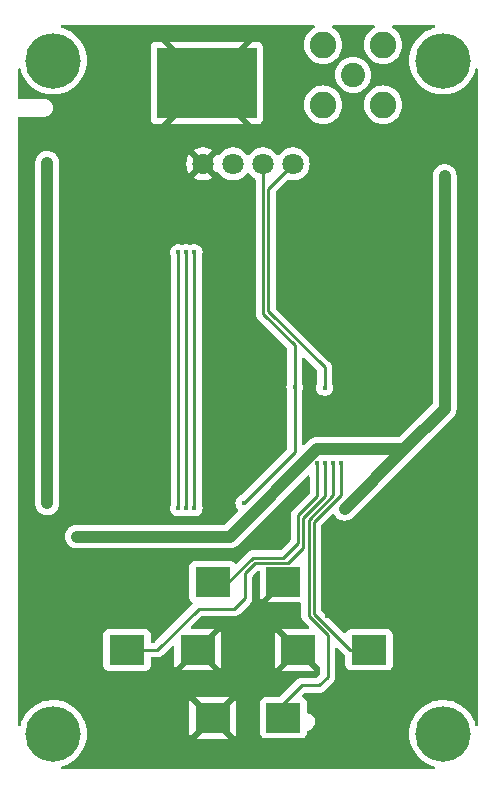
<source format=gbr>
%TF.GenerationSoftware,KiCad,Pcbnew,7.0.7-7.0.7~ubuntu22.04.1*%
%TF.CreationDate,2023-11-01T16:15:54-07:00*%
%TF.ProjectId,Wardriver-PCB,57617264-7269-4766-9572-2d5043422e6b,rev?*%
%TF.SameCoordinates,Original*%
%TF.FileFunction,Copper,L1,Top*%
%TF.FilePolarity,Positive*%
%FSLAX46Y46*%
G04 Gerber Fmt 4.6, Leading zero omitted, Abs format (unit mm)*
G04 Created by KiCad (PCBNEW 7.0.7-7.0.7~ubuntu22.04.1) date 2023-11-01 16:15:54*
%MOMM*%
%LPD*%
G01*
G04 APERTURE LIST*
%TA.AperFunction,SMDPad,CuDef*%
%ADD10R,8.500000X6.000000*%
%TD*%
%TA.AperFunction,SMDPad,CuDef*%
%ADD11R,3.000000X2.500000*%
%TD*%
%TA.AperFunction,ComponentPad*%
%ADD12C,4.700000*%
%TD*%
%TA.AperFunction,ComponentPad*%
%ADD13C,1.800000*%
%TD*%
%TA.AperFunction,ComponentPad*%
%ADD14C,2.050000*%
%TD*%
%TA.AperFunction,ComponentPad*%
%ADD15C,2.250000*%
%TD*%
%TA.AperFunction,ViaPad*%
%ADD16C,0.400000*%
%TD*%
%TA.AperFunction,ViaPad*%
%ADD17C,1.000000*%
%TD*%
%TA.AperFunction,Conductor*%
%ADD18C,1.000000*%
%TD*%
%TA.AperFunction,Conductor*%
%ADD19C,0.250000*%
%TD*%
G04 APERTURE END LIST*
D10*
%TO.P,REF\u002A\u002A,1*%
%TO.N,GND*%
X-3500000Y26600000D03*
%TD*%
D11*
%TO.P,SW4,1,1*%
%TO.N,DN-Btn*%
X3000000Y-27125000D03*
%TO.P,SW4,2,1*%
%TO.N,GND*%
X-3000000Y-27155000D03*
%TD*%
D12*
%TO.P,,1*%
%TO.N,N/C*%
X16500000Y28500000D03*
%TD*%
%TO.P,,1*%
%TO.N,N/C*%
X16500000Y-28500000D03*
%TD*%
D11*
%TO.P,SW3,1,1*%
%TO.N,RT-Btn*%
X10250000Y-21375000D03*
%TO.P,SW3,2,1*%
%TO.N,GND*%
X4250000Y-21405000D03*
%TD*%
D12*
%TO.P,,1*%
%TO.N,N/C*%
X-16500000Y28500000D03*
%TD*%
D13*
%TO.P,U3,1,VCC*%
%TO.N,GND*%
X-3810000Y19750000D03*
%TO.P,U3,2,GND*%
%TO.N,+3V3*%
X-1270000Y19750000D03*
%TO.P,U3,3,TX*%
%TO.N,SCL*%
X1270000Y19750000D03*
%TO.P,U3,4,RX*%
%TO.N,SDA*%
X3810000Y19750000D03*
%TD*%
D11*
%TO.P,SW1,1,1*%
%TO.N,UP-Btn*%
X-3000000Y-15655000D03*
%TO.P,SW1,2,1*%
%TO.N,GND*%
X3000000Y-15625000D03*
%TD*%
D12*
%TO.P,REF\u002A\u002A,1*%
%TO.N,N/C*%
X-16500000Y-28500000D03*
%TD*%
D11*
%TO.P,SW2,1,1*%
%TO.N,LT-Btn*%
X-10250000Y-21405000D03*
%TO.P,SW2,2,1*%
%TO.N,GND*%
X-4250000Y-21375000D03*
%TD*%
D14*
%TO.P,REF\u002A\u002A,1*%
%TO.N,N/C*%
X8900000Y27300000D03*
D15*
%TO.P,REF\u002A\u002A,2*%
X11440000Y24760000D03*
X11440000Y29840000D03*
X6360000Y24760000D03*
X6360000Y29840000D03*
%TD*%
D16*
%TO.N,GND*%
X-6400000Y-27125000D03*
X9575000Y-17525000D03*
X15950000Y-7000000D03*
X13350000Y-14300000D03*
X3250000Y-18550000D03*
X6675000Y-18550000D03*
X-1175000Y-18775000D03*
D17*
%TO.N,+3V3*%
X-17000000Y19850000D03*
X-17000000Y-9000000D03*
D16*
%TO.N,SDA*%
X6475000Y800000D03*
%TO.N,SCL*%
X-375000Y-8975000D03*
X3950000Y825000D03*
%TO.N,UP-Btn*%
X5850000Y-5600000D03*
%TO.N,LT-Btn*%
X6500000Y-5600000D03*
%TO.N,RT-Btn*%
X7850000Y-5600000D03*
%TO.N,DN-Btn*%
X7200000Y-5600000D03*
%TO.N,SCK*%
X-5900000Y-9400000D03*
X-5900000Y12250000D03*
%TO.N,MISO*%
X-5250000Y-9400000D03*
X-5250000Y12250000D03*
%TO.N,MOSI*%
X-4550000Y-9400000D03*
X-4550000Y12250000D03*
D17*
%TO.N,+5V*%
X16650000Y18725000D03*
X8175000Y-9450000D03*
X-14500000Y-11800000D03*
%TD*%
D18*
%TO.N,+3V3*%
X-17000000Y19850000D02*
X-17000000Y-9000000D01*
D19*
%TO.N,SDA*%
X1720000Y17660000D02*
X3810000Y19750000D01*
X1720000Y7266396D02*
X1720000Y17660000D01*
X6475000Y800000D02*
X6475000Y2511396D01*
X6475000Y2511396D02*
X1720000Y7266396D01*
%TO.N,SCL*%
X1270000Y7080000D02*
X3950000Y4400000D01*
X3950000Y-4650000D02*
X3950000Y825000D01*
X-375000Y-8975000D02*
X3950000Y-4650000D01*
X3950000Y4400000D02*
X3950000Y825000D01*
X1270000Y19750000D02*
X1270000Y7080000D01*
%TO.N,UP-Btn*%
X-1655000Y-15655000D02*
X400000Y-13600000D01*
X3000000Y-13600000D02*
X4225000Y-12375000D01*
X4225000Y-12375000D02*
X4225000Y-10015812D01*
X4225000Y-10015812D02*
X5850000Y-8390812D01*
X-3000000Y-15655000D02*
X-1655000Y-15655000D01*
X400000Y-13600000D02*
X3000000Y-13600000D01*
X5850000Y-8390812D02*
X5850000Y-5600000D01*
%TO.N,LT-Btn*%
X586396Y-14050000D02*
X3400000Y-14050000D01*
X-7680000Y-21405000D02*
X-4175000Y-17900000D01*
X3400000Y-14050000D02*
X4675000Y-12775000D01*
X-1150000Y-17900000D02*
X-250000Y-17000000D01*
X4675000Y-12775000D02*
X4675000Y-10202208D01*
X-250000Y-17000000D02*
X-250000Y-14886396D01*
X-250000Y-14886396D02*
X586396Y-14050000D01*
X4675000Y-10202208D02*
X6500000Y-8377208D01*
X6500000Y-8377208D02*
X6500000Y-5600000D01*
X-10250000Y-21405000D02*
X-7680000Y-21405000D01*
X-4175000Y-17900000D02*
X-1150000Y-17900000D01*
%TO.N,RT-Btn*%
X5575000Y-10575000D02*
X5575000Y-18325000D01*
X7850000Y-5600000D02*
X7850000Y-8300000D01*
X5575000Y-18325000D02*
X8625000Y-21375000D01*
X8625000Y-21375000D02*
X9250000Y-21375000D01*
X7850000Y-8300000D02*
X5575000Y-10575000D01*
%TO.N,DN-Btn*%
X6050000Y-24400000D02*
X4550000Y-24400000D01*
X6750000Y-20136396D02*
X6750000Y-23700000D01*
X6750000Y-23700000D02*
X6050000Y-24400000D01*
X3000000Y-25950000D02*
X3000000Y-27125000D01*
X7200000Y-5600000D02*
X7200000Y-8313604D01*
X7200000Y-8313604D02*
X5125000Y-10388604D01*
X4550000Y-24400000D02*
X3000000Y-25950000D01*
X5125000Y-10388604D02*
X5125000Y-18511396D01*
X5125000Y-18511396D02*
X6750000Y-20136396D01*
%TO.N,SCK*%
X-5900000Y-9400000D02*
X-5900000Y12250000D01*
X-5900000Y12250000D02*
X-5900000Y12200000D01*
%TO.N,MISO*%
X-5250000Y-9400000D02*
X-5250000Y12250000D01*
X-5250000Y12250000D02*
X-5250000Y12200000D01*
%TO.N,MOSI*%
X-4550000Y12250000D02*
X-4550000Y12200000D01*
X-4550000Y-9400000D02*
X-4550000Y12250000D01*
D18*
%TO.N,+5V*%
X-14500000Y-11800000D02*
X-1552082Y-11800000D01*
X16650000Y18725000D02*
X16650000Y-975000D01*
X8175000Y-9450000D02*
X13237500Y-4387500D01*
X-1552082Y-11800000D02*
X5860418Y-4387500D01*
X16650000Y-975000D02*
X13237500Y-4387500D01*
X5860418Y-4387500D02*
X13237500Y-4387500D01*
%TD*%
%TA.AperFunction,Conductor*%
%TO.N,GND*%
G36*
X5584414Y31479815D02*
G01*
X5630169Y31427011D01*
X5640113Y31357853D01*
X5611088Y31294297D01*
X5582165Y31269773D01*
X5526038Y31235378D01*
X5430993Y31177134D01*
X5401603Y31159124D01*
X5401598Y31159121D01*
X5357914Y31121811D01*
X5207044Y30992956D01*
X5150410Y30926646D01*
X5040878Y30798401D01*
X5040875Y30798396D01*
X4907190Y30580242D01*
X4907188Y30580239D01*
X4809279Y30343864D01*
X4809278Y30343860D01*
X4750732Y30099999D01*
X4749547Y30095064D01*
X4729474Y29840000D01*
X4749547Y29584935D01*
X4809279Y29336135D01*
X4907188Y29099760D01*
X4907190Y29099757D01*
X5040875Y28881603D01*
X5040878Y28881598D01*
X5207044Y28687044D01*
X5401598Y28520878D01*
X5401603Y28520875D01*
X5619757Y28387190D01*
X5619760Y28387188D01*
X5856135Y28289279D01*
X5980534Y28259412D01*
X6104930Y28229548D01*
X6104931Y28229547D01*
X6104935Y28229547D01*
X6360000Y28209474D01*
X6615064Y28229547D01*
X6615067Y28229547D01*
X6615070Y28229548D01*
X6863860Y28289278D01*
X6863864Y28289279D01*
X7100239Y28387188D01*
X7100242Y28387190D01*
X7318396Y28520875D01*
X7318401Y28520878D01*
X7406591Y28596200D01*
X7512956Y28687044D01*
X7636329Y28831495D01*
X7679121Y28881598D01*
X7679124Y28881603D01*
X7812809Y29099757D01*
X7812811Y29099760D01*
X7910720Y29336135D01*
X7910722Y29336140D01*
X7970452Y29584930D01*
X7990526Y29840000D01*
X7970452Y30095070D01*
X7910722Y30343860D01*
X7812809Y30580243D01*
X7679123Y30798399D01*
X7512956Y30992956D01*
X7318399Y31159123D01*
X7193960Y31235378D01*
X7137835Y31269773D01*
X7090960Y31321584D01*
X7079537Y31390514D01*
X7107194Y31454677D01*
X7165150Y31493702D01*
X7202625Y31499500D01*
X10597375Y31499500D01*
X10664414Y31479815D01*
X10710169Y31427011D01*
X10720113Y31357853D01*
X10691088Y31294297D01*
X10662165Y31269773D01*
X10606038Y31235378D01*
X10510993Y31177134D01*
X10481603Y31159124D01*
X10481598Y31159121D01*
X10437914Y31121811D01*
X10287044Y30992956D01*
X10230410Y30926646D01*
X10120878Y30798401D01*
X10120875Y30798396D01*
X9987190Y30580242D01*
X9987188Y30580239D01*
X9889279Y30343864D01*
X9889278Y30343860D01*
X9830732Y30099999D01*
X9829547Y30095064D01*
X9809474Y29840000D01*
X9829547Y29584935D01*
X9889279Y29336135D01*
X9987188Y29099760D01*
X9987190Y29099757D01*
X10120875Y28881603D01*
X10120878Y28881598D01*
X10287044Y28687044D01*
X10481598Y28520878D01*
X10481603Y28520875D01*
X10699757Y28387190D01*
X10699760Y28387188D01*
X10936135Y28289279D01*
X11060534Y28259412D01*
X11184930Y28229548D01*
X11184931Y28229547D01*
X11184935Y28229547D01*
X11440000Y28209474D01*
X11695064Y28229547D01*
X11695067Y28229547D01*
X11695070Y28229548D01*
X11943860Y28289278D01*
X11943864Y28289279D01*
X12180239Y28387188D01*
X12180242Y28387190D01*
X12398396Y28520875D01*
X12398401Y28520878D01*
X12486591Y28596200D01*
X12592956Y28687044D01*
X12716329Y28831495D01*
X12759121Y28881598D01*
X12759124Y28881603D01*
X12892809Y29099757D01*
X12892811Y29099760D01*
X12990720Y29336135D01*
X12990722Y29336140D01*
X13050452Y29584930D01*
X13070526Y29840000D01*
X13050452Y30095070D01*
X12990722Y30343860D01*
X12892809Y30580243D01*
X12759123Y30798399D01*
X12592956Y30992956D01*
X12398399Y31159123D01*
X12273960Y31235378D01*
X12217835Y31269773D01*
X12170960Y31321584D01*
X12159537Y31390514D01*
X12187194Y31454677D01*
X12245150Y31493702D01*
X12282625Y31499500D01*
X15734618Y31499500D01*
X15801657Y31479815D01*
X15847412Y31427011D01*
X15857356Y31357853D01*
X15828331Y31294297D01*
X15769553Y31256523D01*
X15763215Y31254843D01*
X15681082Y31235377D01*
X15369061Y31121811D01*
X15369059Y31121810D01*
X15369053Y31121807D01*
X15072330Y30972787D01*
X14794920Y30790331D01*
X14794912Y30790325D01*
X14724689Y30731400D01*
X14540553Y30576893D01*
X14312690Y30335371D01*
X14312685Y30335364D01*
X14312678Y30335356D01*
X14114406Y30069031D01*
X13948385Y29781474D01*
X13948379Y29781461D01*
X13816866Y29476580D01*
X13721634Y29158481D01*
X13721631Y29158467D01*
X13663977Y28831495D01*
X13663976Y28831484D01*
X13644669Y28500003D01*
X13644669Y28499996D01*
X13663976Y28168515D01*
X13663977Y28168504D01*
X13721631Y27841532D01*
X13721634Y27841518D01*
X13816866Y27523419D01*
X13948379Y27218538D01*
X13948385Y27218525D01*
X14114406Y26930968D01*
X14312678Y26664643D01*
X14312685Y26664635D01*
X14312687Y26664632D01*
X14312690Y26664629D01*
X14540553Y26423107D01*
X14579382Y26390526D01*
X14794912Y26209674D01*
X14794920Y26209668D01*
X15072330Y26027212D01*
X15369053Y25878192D01*
X15369059Y25878189D01*
X15681069Y25764627D01*
X15681090Y25764620D01*
X16004161Y25688050D01*
X16004176Y25688048D01*
X16051291Y25682541D01*
X16333977Y25649500D01*
X16333983Y25649500D01*
X16666016Y25649500D01*
X16666023Y25649500D01*
X16995823Y25688048D01*
X16995838Y25688050D01*
X17318909Y25764620D01*
X17318930Y25764627D01*
X17630940Y25878189D01*
X17630946Y25878192D01*
X17927669Y26027212D01*
X18205079Y26209668D01*
X18205087Y26209674D01*
X18297153Y26286926D01*
X18459447Y26423107D01*
X18687310Y26664629D01*
X18687317Y26664638D01*
X18687321Y26664643D01*
X18885593Y26930968D01*
X19051614Y27218525D01*
X19051617Y27218530D01*
X19183133Y27523419D01*
X19256710Y27769182D01*
X19294794Y27827758D01*
X19358502Y27856446D01*
X19427607Y27846137D01*
X19480169Y27800104D01*
X19499500Y27733617D01*
X19499500Y-27733617D01*
X19479815Y-27800656D01*
X19427011Y-27846411D01*
X19357853Y-27856355D01*
X19294297Y-27827330D01*
X19256710Y-27769182D01*
X19183133Y-27523419D01*
X19051617Y-27218530D01*
X18885594Y-26930970D01*
X18885593Y-26930968D01*
X18687321Y-26664643D01*
X18687314Y-26664635D01*
X18687310Y-26664629D01*
X18459447Y-26423107D01*
X18297153Y-26286926D01*
X18205087Y-26209674D01*
X18205079Y-26209668D01*
X17927669Y-26027212D01*
X17630946Y-25878192D01*
X17630940Y-25878189D01*
X17318930Y-25764627D01*
X17318909Y-25764620D01*
X16995838Y-25688050D01*
X16995823Y-25688048D01*
X16666023Y-25649500D01*
X16333977Y-25649500D01*
X16045401Y-25683229D01*
X16004176Y-25688048D01*
X16004161Y-25688050D01*
X15681090Y-25764620D01*
X15681069Y-25764627D01*
X15369059Y-25878189D01*
X15369053Y-25878192D01*
X15072330Y-26027212D01*
X14794920Y-26209668D01*
X14794912Y-26209674D01*
X14588936Y-26382508D01*
X14540553Y-26423107D01*
X14312690Y-26664629D01*
X14312687Y-26664632D01*
X14312685Y-26664635D01*
X14312678Y-26664643D01*
X14114406Y-26930968D01*
X13948385Y-27218525D01*
X13948379Y-27218538D01*
X13816866Y-27523419D01*
X13721634Y-27841518D01*
X13721631Y-27841532D01*
X13663977Y-28168504D01*
X13663976Y-28168515D01*
X13644669Y-28499996D01*
X13644669Y-28500003D01*
X13663976Y-28831484D01*
X13663977Y-28831495D01*
X13721631Y-29158467D01*
X13721634Y-29158481D01*
X13816866Y-29476580D01*
X13948379Y-29781461D01*
X13948385Y-29781474D01*
X14114406Y-30069031D01*
X14312678Y-30335356D01*
X14312683Y-30335362D01*
X14312690Y-30335371D01*
X14540553Y-30576893D01*
X14721903Y-30729063D01*
X14794912Y-30790325D01*
X14794920Y-30790331D01*
X15072330Y-30972787D01*
X15072334Y-30972789D01*
X15369061Y-31121811D01*
X15681082Y-31235377D01*
X15754858Y-31252862D01*
X15763215Y-31254843D01*
X15823907Y-31289457D01*
X15856251Y-31351390D01*
X15849978Y-31420977D01*
X15807078Y-31476126D01*
X15741173Y-31499327D01*
X15734618Y-31499500D01*
X-15734618Y-31499500D01*
X-15801657Y-31479815D01*
X-15847412Y-31427011D01*
X-15857356Y-31357853D01*
X-15828331Y-31294297D01*
X-15769553Y-31256523D01*
X-15763215Y-31254843D01*
X-15754858Y-31252862D01*
X-15681082Y-31235377D01*
X-15369061Y-31121811D01*
X-15072334Y-30972789D01*
X-15072330Y-30972787D01*
X-14794920Y-30790331D01*
X-14794912Y-30790325D01*
X-14721903Y-30729063D01*
X-14540553Y-30576893D01*
X-14312690Y-30335371D01*
X-14312683Y-30335362D01*
X-14312678Y-30335356D01*
X-14114406Y-30069031D01*
X-13948385Y-29781474D01*
X-13948379Y-29781461D01*
X-13816866Y-29476580D01*
X-13721634Y-29158481D01*
X-13721631Y-29158467D01*
X-13663977Y-28831495D01*
X-13663976Y-28831484D01*
X-13644669Y-28500003D01*
X-13644669Y-28499996D01*
X-13647416Y-28452827D01*
X-5000000Y-28452827D01*
X-4999999Y-28452844D01*
X-4993598Y-28512372D01*
X-4993597Y-28512376D01*
X-4943351Y-28647090D01*
X-4901520Y-28702967D01*
X-3945657Y-27747104D01*
X-3884334Y-27713619D01*
X-3814642Y-27718603D01*
X-3758709Y-27760475D01*
X-3744120Y-27785666D01*
X-3704377Y-27877804D01*
X-3625347Y-27983959D01*
X-3601105Y-28049483D01*
X-3616137Y-28117716D01*
X-3637131Y-28145684D01*
X-4396447Y-28904999D01*
X-4396447Y-28905000D01*
X-1603553Y-28905000D01*
X-1603552Y-28904999D01*
X-2418144Y-28090407D01*
X-2451629Y-28029084D01*
X-2446645Y-27959392D01*
X-2437851Y-27940727D01*
X-2401523Y-27877804D01*
X-2356188Y-27799281D01*
X-2356187Y-27799278D01*
X-2356186Y-27799276D01*
X-2334198Y-27725834D01*
X-2296113Y-27667257D01*
X-2232404Y-27638569D01*
X-2163299Y-27648879D01*
X-2127727Y-27673718D01*
X-1098478Y-28702968D01*
X-1098477Y-28702967D01*
X-1056649Y-28647093D01*
X-1056645Y-28647086D01*
X-1006403Y-28512379D01*
X-1006401Y-28512372D01*
X-1000000Y-28452844D01*
X-1000000Y-25857155D01*
X-1006401Y-25797627D01*
X-1006403Y-25797620D01*
X-1056645Y-25662913D01*
X-1056647Y-25662910D01*
X-1098477Y-25607030D01*
X-2405106Y-26913659D01*
X-2466429Y-26947144D01*
X-2536121Y-26942160D01*
X-2572492Y-26920968D01*
X-2634786Y-26868697D01*
X-2769216Y-26801184D01*
X-2820290Y-26753506D01*
X-2837480Y-26685784D01*
X-2815327Y-26619519D01*
X-2801246Y-26602693D01*
X-1603552Y-25405000D01*
X-4396447Y-25405000D01*
X-3224371Y-26577075D01*
X-3190886Y-26638398D01*
X-3195870Y-26708089D01*
X-3237741Y-26764023D01*
X-3269642Y-26781278D01*
X-3389114Y-26824761D01*
X-3389117Y-26824763D01*
X-3455916Y-26868698D01*
X-3482481Y-26886170D01*
X-3549308Y-26906562D01*
X-3616552Y-26887588D01*
X-3638301Y-26870250D01*
X-4901520Y-25607030D01*
X-4943351Y-25662908D01*
X-4993597Y-25797623D01*
X-4993598Y-25797627D01*
X-4999999Y-25857155D01*
X-5000000Y-25857172D01*
X-5000000Y-28452827D01*
X-13647416Y-28452827D01*
X-13663976Y-28168515D01*
X-13663977Y-28168504D01*
X-13721631Y-27841532D01*
X-13721634Y-27841518D01*
X-13816866Y-27523419D01*
X-13948379Y-27218538D01*
X-13948385Y-27218525D01*
X-14114406Y-26930968D01*
X-14312678Y-26664643D01*
X-14312685Y-26664635D01*
X-14312687Y-26664632D01*
X-14312690Y-26664629D01*
X-14540553Y-26423107D01*
X-14588936Y-26382508D01*
X-14794912Y-26209674D01*
X-14794920Y-26209668D01*
X-15072330Y-26027212D01*
X-15369053Y-25878192D01*
X-15369059Y-25878189D01*
X-15681069Y-25764627D01*
X-15681090Y-25764620D01*
X-16004161Y-25688050D01*
X-16004176Y-25688048D01*
X-16045401Y-25683229D01*
X-16333977Y-25649500D01*
X-16666023Y-25649500D01*
X-16995823Y-25688048D01*
X-16995838Y-25688050D01*
X-17318909Y-25764620D01*
X-17318930Y-25764627D01*
X-17630940Y-25878189D01*
X-17630946Y-25878192D01*
X-17927669Y-26027212D01*
X-18205079Y-26209668D01*
X-18205087Y-26209674D01*
X-18297153Y-26286926D01*
X-18459447Y-26423107D01*
X-18687310Y-26664629D01*
X-18687314Y-26664635D01*
X-18687321Y-26664643D01*
X-18885593Y-26930968D01*
X-18885594Y-26930970D01*
X-19051617Y-27218530D01*
X-19183133Y-27523419D01*
X-19256710Y-27769182D01*
X-19294794Y-27827758D01*
X-19358502Y-27856446D01*
X-19427607Y-27846137D01*
X-19480169Y-27800104D01*
X-19499500Y-27733617D01*
X-19499500Y-11800000D01*
X-15505341Y-11800000D01*
X-15503899Y-11814630D01*
X-15503462Y-11833056D01*
X-15504369Y-11850936D01*
X-15493289Y-11923253D01*
X-15492879Y-11926525D01*
X-15486024Y-11996132D01*
X-15480714Y-12013632D01*
X-15476808Y-12030837D01*
X-15473556Y-12052071D01*
X-15449317Y-12117515D01*
X-15448138Y-12121019D01*
X-15428814Y-12184727D01*
X-15428813Y-12184728D01*
X-15416520Y-12207725D01*
X-15413057Y-12215421D01*
X-15402887Y-12242884D01*
X-15402882Y-12242894D01*
X-15367762Y-12299238D01*
X-15365701Y-12302801D01*
X-15335910Y-12358538D01*
X-15317220Y-12381310D01*
X-15312535Y-12387840D01*
X-15295252Y-12415571D01*
X-15251793Y-12461288D01*
X-15248839Y-12464631D01*
X-15210883Y-12510883D01*
X-15185495Y-12531717D01*
X-15179904Y-12536915D01*
X-15155059Y-12563053D01*
X-15106079Y-12597143D01*
X-15102185Y-12600088D01*
X-15058538Y-12635910D01*
X-15026582Y-12652989D01*
X-15020410Y-12656770D01*
X-14988049Y-12679295D01*
X-14936293Y-12701504D01*
X-14931554Y-12703783D01*
X-14884727Y-12728814D01*
X-14846828Y-12740309D01*
X-14840398Y-12742656D01*
X-14801058Y-12759540D01*
X-14749201Y-12770196D01*
X-14743723Y-12771587D01*
X-14696132Y-12786024D01*
X-14653345Y-12790237D01*
X-14646982Y-12791202D01*
X-14601741Y-12800500D01*
X-14552200Y-12800500D01*
X-14546119Y-12800799D01*
X-14536069Y-12801788D01*
X-14500000Y-12805341D01*
X-14463930Y-12801788D01*
X-14453881Y-12800799D01*
X-14447800Y-12800500D01*
X-1564798Y-12800500D01*
X-1475723Y-12802757D01*
X-1475722Y-12802756D01*
X-1475719Y-12802757D01*
X-1415331Y-12791933D01*
X-1410669Y-12791280D01*
X-1358986Y-12786024D01*
X-1349644Y-12785074D01*
X-1316850Y-12774784D01*
X-1309244Y-12772918D01*
X-1275429Y-12766858D01*
X-1218456Y-12744100D01*
X-1214031Y-12742525D01*
X-1155494Y-12724159D01*
X-1155492Y-12724158D01*
X-1155489Y-12724157D01*
X-1137192Y-12714000D01*
X-1125453Y-12707485D01*
X-1118360Y-12704117D01*
X-1086468Y-12691378D01*
X-1086469Y-12691378D01*
X-1086465Y-12691377D01*
X-1035245Y-12657620D01*
X-1031216Y-12655180D01*
X-1011757Y-12644379D01*
X-977580Y-12625409D01*
X-977578Y-12625407D01*
X-977577Y-12625407D01*
X-951516Y-12603033D01*
X-945241Y-12598302D01*
X-943473Y-12597137D01*
X-916563Y-12579402D01*
X-873173Y-12536012D01*
X-869730Y-12532822D01*
X-823188Y-12492867D01*
X-823184Y-12492863D01*
X-802156Y-12465698D01*
X-796964Y-12459803D01*
X2107105Y-9555734D01*
X5012819Y-6650018D01*
X5074142Y-6616534D01*
X5143834Y-6621518D01*
X5199767Y-6663390D01*
X5224184Y-6728854D01*
X5224500Y-6737700D01*
X5224500Y-8080358D01*
X5204815Y-8147397D01*
X5188181Y-8168039D01*
X3841208Y-9515011D01*
X3828951Y-9524832D01*
X3829134Y-9525053D01*
X3823123Y-9530025D01*
X3775772Y-9580448D01*
X3754889Y-9601331D01*
X3754877Y-9601344D01*
X3750621Y-9606829D01*
X3746837Y-9611259D01*
X3714937Y-9645230D01*
X3714936Y-9645232D01*
X3705284Y-9662788D01*
X3694610Y-9679038D01*
X3682329Y-9694873D01*
X3682324Y-9694880D01*
X3663815Y-9737650D01*
X3661245Y-9742896D01*
X3638803Y-9783718D01*
X3633822Y-9803119D01*
X3627521Y-9821522D01*
X3619562Y-9839914D01*
X3619561Y-9839917D01*
X3612271Y-9885939D01*
X3611087Y-9891658D01*
X3599501Y-9936784D01*
X3599500Y-9936794D01*
X3599500Y-9956828D01*
X3597973Y-9976227D01*
X3595310Y-9993042D01*
X3594840Y-9996008D01*
X3596025Y-10008540D01*
X3599225Y-10042395D01*
X3599500Y-10048233D01*
X3599500Y-12064546D01*
X3579815Y-12131585D01*
X3563181Y-12152227D01*
X2777228Y-12938181D01*
X2715905Y-12971666D01*
X2689547Y-12974500D01*
X482743Y-12974500D01*
X467122Y-12972775D01*
X467096Y-12973061D01*
X459334Y-12972327D01*
X459333Y-12972327D01*
X390186Y-12974500D01*
X360649Y-12974500D01*
X353766Y-12975369D01*
X347949Y-12975826D01*
X301373Y-12977290D01*
X282129Y-12982881D01*
X263079Y-12986825D01*
X243211Y-12989334D01*
X199884Y-13006488D01*
X194358Y-13008379D01*
X149614Y-13021379D01*
X149610Y-13021381D01*
X132366Y-13031579D01*
X114905Y-13040133D01*
X96274Y-13047510D01*
X96261Y-13047517D01*
X64610Y-13070514D01*
X58565Y-13074905D01*
X53696Y-13078104D01*
X34459Y-13089481D01*
X13584Y-13101827D01*
X13575Y-13101834D01*
X-581Y-13115991D01*
X-15374Y-13128626D01*
X-31584Y-13140404D01*
X-31587Y-13140406D01*
X-61288Y-13176309D01*
X-65210Y-13180620D01*
X-789091Y-13904500D01*
X-951186Y-14066595D01*
X-1012509Y-14100080D01*
X-1082201Y-14095096D01*
X-1138132Y-14053228D01*
X-1142454Y-14047454D01*
X-1142455Y-14047453D01*
X-1142456Y-14047452D01*
X-1257664Y-13961206D01*
X-1257671Y-13961202D01*
X-1392517Y-13910908D01*
X-1392516Y-13910908D01*
X-1452116Y-13904501D01*
X-1452119Y-13904500D01*
X-1452127Y-13904500D01*
X-1452134Y-13904500D01*
X-1452135Y-13904500D01*
X-4547870Y-13904500D01*
X-4547876Y-13904501D01*
X-4607483Y-13910908D01*
X-4742328Y-13961202D01*
X-4742335Y-13961206D01*
X-4857544Y-14047452D01*
X-4857547Y-14047455D01*
X-4943793Y-14162664D01*
X-4943795Y-14162668D01*
X-4943796Y-14162669D01*
X-4994091Y-14297517D01*
X-5000500Y-14357127D01*
X-5000499Y-16952872D01*
X-4994091Y-17012483D01*
X-4943796Y-17147331D01*
X-4857546Y-17262546D01*
X-4742331Y-17348796D01*
X-4742326Y-17348797D01*
X-4736402Y-17352033D01*
X-4686993Y-17401435D01*
X-4672136Y-17469706D01*
X-4696549Y-17535173D01*
X-4708140Y-17548550D01*
X-7902772Y-20743181D01*
X-7964095Y-20776666D01*
X-7990453Y-20779500D01*
X-8125501Y-20779500D01*
X-8192540Y-20759815D01*
X-8238295Y-20707011D01*
X-8249501Y-20655500D01*
X-8249501Y-20107123D01*
X-8255908Y-20047516D01*
X-8306202Y-19912671D01*
X-8306206Y-19912664D01*
X-8392452Y-19797455D01*
X-8392455Y-19797452D01*
X-8507664Y-19711206D01*
X-8507671Y-19711202D01*
X-8642517Y-19660908D01*
X-8642516Y-19660908D01*
X-8702116Y-19654501D01*
X-8702119Y-19654500D01*
X-8702127Y-19654500D01*
X-8702134Y-19654500D01*
X-8702135Y-19654500D01*
X-11797870Y-19654500D01*
X-11797876Y-19654501D01*
X-11857483Y-19660908D01*
X-11992328Y-19711202D01*
X-11992335Y-19711206D01*
X-12107544Y-19797452D01*
X-12107547Y-19797455D01*
X-12193793Y-19912664D01*
X-12193795Y-19912668D01*
X-12193796Y-19912669D01*
X-12244091Y-20047517D01*
X-12250500Y-20107127D01*
X-12250499Y-22702872D01*
X-12244091Y-22762483D01*
X-12193796Y-22897331D01*
X-12107546Y-23012546D01*
X-11992331Y-23098796D01*
X-11857483Y-23149091D01*
X-11797873Y-23155500D01*
X-8702128Y-23155499D01*
X-8697477Y-23154999D01*
X2853552Y-23154999D01*
X2853553Y-23155000D01*
X5646447Y-23155000D01*
X5646447Y-23154999D01*
X4250000Y-21758553D01*
X2853552Y-23154999D01*
X-8697477Y-23154999D01*
X-8653757Y-23150299D01*
X-8642516Y-23149091D01*
X-8577925Y-23125000D01*
X-5646447Y-23125000D01*
X-2853553Y-23125000D01*
X-2853552Y-23124999D01*
X-4250000Y-21728553D01*
X-5646447Y-23124999D01*
X-5646447Y-23125000D01*
X-8577925Y-23125000D01*
X-8507671Y-23098797D01*
X-8507664Y-23098793D01*
X-8392455Y-23012547D01*
X-8392452Y-23012544D01*
X-8306206Y-22897335D01*
X-8306202Y-22897328D01*
X-8255908Y-22762482D01*
X-8249501Y-22702883D01*
X-8249500Y-22702881D01*
X-8249500Y-22702873D01*
X-8249500Y-22154500D01*
X-8229815Y-22087461D01*
X-8177011Y-22041706D01*
X-8125500Y-22030500D01*
X-7762743Y-22030500D01*
X-7747122Y-22032224D01*
X-7747096Y-22031939D01*
X-7739340Y-22032671D01*
X-7739333Y-22032673D01*
X-7670186Y-22030500D01*
X-7640650Y-22030500D01*
X-7634955Y-22029780D01*
X-7633772Y-22029631D01*
X-7627944Y-22029172D01*
X-7595147Y-22028141D01*
X-7581372Y-22027709D01*
X-7562144Y-22022122D01*
X-7543086Y-22018174D01*
X-7523208Y-22015664D01*
X-7523206Y-22015663D01*
X-7523204Y-22015663D01*
X-7479887Y-21998512D01*
X-7474358Y-21996619D01*
X-7429609Y-21983618D01*
X-7429606Y-21983616D01*
X-7412371Y-21973423D01*
X-7394894Y-21964861D01*
X-7376270Y-21957487D01*
X-7376269Y-21957486D01*
X-7376268Y-21957486D01*
X-7338545Y-21930079D01*
X-7333693Y-21926892D01*
X-7293580Y-21903170D01*
X-7293578Y-21903168D01*
X-7293574Y-21903165D01*
X-7279415Y-21889006D01*
X-7264619Y-21876368D01*
X-7248413Y-21864594D01*
X-7218709Y-21828688D01*
X-7214786Y-21824376D01*
X-6461678Y-21071268D01*
X-6400358Y-21037785D01*
X-6330667Y-21042769D01*
X-6274733Y-21084641D01*
X-6250316Y-21150105D01*
X-6250000Y-21158951D01*
X-6250000Y-22672827D01*
X-6249999Y-22672844D01*
X-6243598Y-22732372D01*
X-6243597Y-22732376D01*
X-6193351Y-22867090D01*
X-6151520Y-22922967D01*
X-4603553Y-21375000D01*
X-3896447Y-21375000D01*
X-2348478Y-22922968D01*
X-2348477Y-22922967D01*
X-2306649Y-22867093D01*
X-2306645Y-22867086D01*
X-2256403Y-22732379D01*
X-2256401Y-22732372D01*
X-2253226Y-22702844D01*
X2250000Y-22702844D01*
X2256401Y-22762372D01*
X2256403Y-22762379D01*
X2306645Y-22897086D01*
X2306649Y-22897093D01*
X2348477Y-22952967D01*
X2348478Y-22952968D01*
X3896447Y-21405000D01*
X2348477Y-19857030D01*
X2306647Y-19912910D01*
X2306645Y-19912913D01*
X2256403Y-20047620D01*
X2256401Y-20047627D01*
X2250000Y-20107155D01*
X2250000Y-22702844D01*
X-2253226Y-22702844D01*
X-2250000Y-22672844D01*
X-2250000Y-20077155D01*
X-2256401Y-20017627D01*
X-2256403Y-20017620D01*
X-2306645Y-19882913D01*
X-2306647Y-19882910D01*
X-2348477Y-19827030D01*
X-3896447Y-21375000D01*
X-4603553Y-21375000D01*
X-4250000Y-21021447D01*
X-2853552Y-19625000D01*
X-4716048Y-19625000D01*
X-4783087Y-19605315D01*
X-4828842Y-19552511D01*
X-4838786Y-19483353D01*
X-4809761Y-19419797D01*
X-4803729Y-19413319D01*
X-3952229Y-18561819D01*
X-3890906Y-18528334D01*
X-3864548Y-18525500D01*
X-1232743Y-18525500D01*
X-1217122Y-18527224D01*
X-1217096Y-18526939D01*
X-1209340Y-18527671D01*
X-1209333Y-18527673D01*
X-1140186Y-18525500D01*
X-1110650Y-18525500D01*
X-1104955Y-18524780D01*
X-1103772Y-18524631D01*
X-1097944Y-18524172D01*
X-1065147Y-18523141D01*
X-1051372Y-18522709D01*
X-1032144Y-18517122D01*
X-1013086Y-18513174D01*
X-993208Y-18510664D01*
X-993206Y-18510663D01*
X-993204Y-18510663D01*
X-949887Y-18493512D01*
X-944358Y-18491619D01*
X-899609Y-18478618D01*
X-899606Y-18478616D01*
X-882371Y-18468423D01*
X-864894Y-18459861D01*
X-846270Y-18452487D01*
X-846269Y-18452486D01*
X-846268Y-18452486D01*
X-808545Y-18425079D01*
X-803693Y-18421892D01*
X-763580Y-18398170D01*
X-763578Y-18398168D01*
X-763574Y-18398165D01*
X-749415Y-18384006D01*
X-734619Y-18371368D01*
X-718413Y-18359594D01*
X-688709Y-18323688D01*
X-684786Y-18319376D01*
X133788Y-17500801D01*
X146042Y-17490986D01*
X145859Y-17490764D01*
X151866Y-17485792D01*
X151877Y-17485786D01*
X187840Y-17447489D01*
X199227Y-17435364D01*
X209671Y-17424918D01*
X220120Y-17414471D01*
X224379Y-17408978D01*
X228152Y-17404561D01*
X260062Y-17370582D01*
X269713Y-17353024D01*
X280396Y-17336761D01*
X292673Y-17320936D01*
X311185Y-17278153D01*
X313738Y-17272941D01*
X336197Y-17232092D01*
X341180Y-17212680D01*
X347481Y-17194280D01*
X355437Y-17175896D01*
X362729Y-17129852D01*
X363906Y-17124171D01*
X375500Y-17079019D01*
X375500Y-17058983D01*
X377027Y-17039582D01*
X380160Y-17019804D01*
X375775Y-16973415D01*
X375500Y-16967577D01*
X375500Y-15196848D01*
X395185Y-15129809D01*
X411819Y-15109167D01*
X788319Y-14732667D01*
X849642Y-14699182D01*
X919334Y-14704166D01*
X975267Y-14746038D01*
X999684Y-14811502D01*
X1000000Y-14820348D01*
X1000000Y-16922844D01*
X1006401Y-16982372D01*
X1006403Y-16982379D01*
X1056645Y-17117086D01*
X1056649Y-17117093D01*
X1098477Y-17172967D01*
X1098478Y-17172968D01*
X2912318Y-15359127D01*
X2973641Y-15325642D01*
X3043332Y-15330626D01*
X3087680Y-15359127D01*
X3265871Y-15537318D01*
X3299356Y-15598641D01*
X3294372Y-15668333D01*
X3265871Y-15712680D01*
X1603552Y-17374999D01*
X1603553Y-17375000D01*
X4375500Y-17375000D01*
X4442539Y-17394685D01*
X4488294Y-17447489D01*
X4499500Y-17499000D01*
X4499500Y-18428651D01*
X4497775Y-18444268D01*
X4498061Y-18444295D01*
X4497326Y-18452061D01*
X4499500Y-18521210D01*
X4499500Y-18550739D01*
X4499501Y-18550756D01*
X4500368Y-18557627D01*
X4500826Y-18563446D01*
X4502290Y-18610020D01*
X4502291Y-18610023D01*
X4507880Y-18629263D01*
X4511824Y-18648307D01*
X4514336Y-18668187D01*
X4531490Y-18711515D01*
X4533382Y-18717043D01*
X4546381Y-18761784D01*
X4556580Y-18779030D01*
X4565138Y-18796499D01*
X4572514Y-18815128D01*
X4599898Y-18852819D01*
X4603106Y-18857703D01*
X4626827Y-18897812D01*
X4626833Y-18897820D01*
X4640990Y-18911976D01*
X4653628Y-18926772D01*
X4665405Y-18942982D01*
X4665406Y-18942983D01*
X4701309Y-18972684D01*
X4705620Y-18976606D01*
X5142333Y-19413319D01*
X5172333Y-19443319D01*
X5205818Y-19504642D01*
X5200834Y-19574334D01*
X5158962Y-19630267D01*
X5093498Y-19654684D01*
X5084652Y-19655000D01*
X2853552Y-19655000D01*
X4250000Y-21051447D01*
X6088181Y-22889628D01*
X6121666Y-22950951D01*
X6124500Y-22977309D01*
X6124500Y-23389547D01*
X6104815Y-23456586D01*
X6088181Y-23477228D01*
X5827228Y-23738181D01*
X5765905Y-23771666D01*
X5739547Y-23774500D01*
X4632743Y-23774500D01*
X4617122Y-23772775D01*
X4617096Y-23773061D01*
X4609334Y-23772327D01*
X4609333Y-23772327D01*
X4540186Y-23774500D01*
X4510649Y-23774500D01*
X4503766Y-23775369D01*
X4497949Y-23775826D01*
X4451373Y-23777290D01*
X4432129Y-23782881D01*
X4413079Y-23786825D01*
X4393211Y-23789334D01*
X4349884Y-23806488D01*
X4344358Y-23808379D01*
X4299614Y-23821379D01*
X4299610Y-23821381D01*
X4282366Y-23831579D01*
X4264905Y-23840133D01*
X4246274Y-23847510D01*
X4246262Y-23847517D01*
X4208570Y-23874902D01*
X4203687Y-23878109D01*
X4163580Y-23901829D01*
X4149414Y-23915995D01*
X4134624Y-23928627D01*
X4118414Y-23940404D01*
X4118411Y-23940407D01*
X4088710Y-23976309D01*
X4084777Y-23980631D01*
X2727226Y-25338181D01*
X2665903Y-25371666D01*
X2639545Y-25374500D01*
X1452129Y-25374500D01*
X1452123Y-25374501D01*
X1392516Y-25380908D01*
X1257671Y-25431202D01*
X1257664Y-25431206D01*
X1142455Y-25517452D01*
X1142452Y-25517455D01*
X1056206Y-25632664D01*
X1056202Y-25632671D01*
X1005908Y-25767517D01*
X999501Y-25827116D01*
X999501Y-25827123D01*
X999500Y-25827135D01*
X999500Y-28422870D01*
X999501Y-28422876D01*
X1005908Y-28482483D01*
X1056202Y-28617328D01*
X1056206Y-28617335D01*
X1142452Y-28732544D01*
X1142455Y-28732547D01*
X1257664Y-28818793D01*
X1257671Y-28818797D01*
X1392517Y-28869091D01*
X1392516Y-28869091D01*
X1399444Y-28869835D01*
X1452127Y-28875500D01*
X4547872Y-28875499D01*
X4607483Y-28869091D01*
X4742331Y-28818796D01*
X4857546Y-28732546D01*
X4943796Y-28617331D01*
X4994091Y-28482483D01*
X5000500Y-28422873D01*
X5000499Y-28357717D01*
X5020183Y-28290680D01*
X5072986Y-28244924D01*
X5097505Y-28238082D01*
X5097227Y-28236906D01*
X5104244Y-28235242D01*
X5104255Y-28235241D01*
X5269117Y-28175237D01*
X5415696Y-28078830D01*
X5536092Y-27951218D01*
X5623812Y-27799281D01*
X5674130Y-27631210D01*
X5684331Y-27456065D01*
X5653865Y-27283289D01*
X5584377Y-27122196D01*
X5479610Y-26981470D01*
X5407747Y-26921170D01*
X5345214Y-26868698D01*
X5345212Y-26868697D01*
X5188433Y-26789959D01*
X5095902Y-26768029D01*
X5035210Y-26733415D01*
X5002866Y-26671482D01*
X5000499Y-26647372D01*
X5000499Y-25827129D01*
X5000498Y-25827123D01*
X5000497Y-25827116D01*
X4994091Y-25767517D01*
X4993010Y-25764620D01*
X4943797Y-25632671D01*
X4943793Y-25632664D01*
X4857547Y-25517455D01*
X4857544Y-25517452D01*
X4742335Y-25431206D01*
X4742328Y-25431202D01*
X4676245Y-25406555D01*
X4620311Y-25364684D01*
X4595894Y-25299219D01*
X4610746Y-25230946D01*
X4631889Y-25202700D01*
X4772773Y-25061816D01*
X4834096Y-25028334D01*
X4860453Y-25025500D01*
X5967257Y-25025500D01*
X5982877Y-25027224D01*
X5982904Y-25026939D01*
X5990660Y-25027671D01*
X5990667Y-25027673D01*
X6059814Y-25025500D01*
X6089350Y-25025500D01*
X6096228Y-25024630D01*
X6102041Y-25024172D01*
X6148627Y-25022709D01*
X6167869Y-25017117D01*
X6186912Y-25013174D01*
X6206792Y-25010664D01*
X6250122Y-24993507D01*
X6255646Y-24991617D01*
X6259396Y-24990527D01*
X6300390Y-24978618D01*
X6317629Y-24968422D01*
X6335103Y-24959862D01*
X6353727Y-24952488D01*
X6353727Y-24952487D01*
X6353732Y-24952486D01*
X6391449Y-24925082D01*
X6396305Y-24921892D01*
X6436420Y-24898170D01*
X6450589Y-24883999D01*
X6465379Y-24871368D01*
X6481587Y-24859594D01*
X6511299Y-24823676D01*
X6515212Y-24819376D01*
X7133787Y-24200802D01*
X7146042Y-24190986D01*
X7145859Y-24190764D01*
X7151866Y-24185792D01*
X7151877Y-24185786D01*
X7182775Y-24152882D01*
X7199227Y-24135364D01*
X7209671Y-24124918D01*
X7220120Y-24114471D01*
X7224379Y-24108978D01*
X7228152Y-24104561D01*
X7260062Y-24070582D01*
X7269713Y-24053024D01*
X7280396Y-24036761D01*
X7292673Y-24020936D01*
X7311185Y-23978153D01*
X7313738Y-23972941D01*
X7336197Y-23932092D01*
X7341180Y-23912680D01*
X7347481Y-23894280D01*
X7355437Y-23875896D01*
X7362725Y-23829877D01*
X7363906Y-23824171D01*
X7375500Y-23779019D01*
X7375499Y-23758986D01*
X7377027Y-23739583D01*
X7380159Y-23719808D01*
X7380160Y-23719806D01*
X7375775Y-23673418D01*
X7375500Y-23667580D01*
X7375500Y-21309452D01*
X7395185Y-21242413D01*
X7447989Y-21196658D01*
X7517147Y-21186714D01*
X7580703Y-21215739D01*
X7587176Y-21221767D01*
X8093962Y-21728553D01*
X8124197Y-21758788D01*
X8134022Y-21771051D01*
X8134243Y-21770869D01*
X8139214Y-21776878D01*
X8165217Y-21801295D01*
X8189635Y-21824226D01*
X8201409Y-21836000D01*
X8213183Y-21847775D01*
X8246667Y-21909099D01*
X8249500Y-21935454D01*
X8249500Y-22672870D01*
X8249501Y-22672876D01*
X8255908Y-22732483D01*
X8306202Y-22867328D01*
X8306206Y-22867335D01*
X8392452Y-22982544D01*
X8392455Y-22982547D01*
X8507664Y-23068793D01*
X8507671Y-23068797D01*
X8642517Y-23119091D01*
X8642516Y-23119091D01*
X8649444Y-23119835D01*
X8702127Y-23125500D01*
X11797872Y-23125499D01*
X11857483Y-23119091D01*
X11992331Y-23068796D01*
X12107546Y-22982546D01*
X12193796Y-22867331D01*
X12244091Y-22732483D01*
X12250500Y-22672873D01*
X12250499Y-20077128D01*
X12244091Y-20017517D01*
X12225723Y-19968271D01*
X12193797Y-19882671D01*
X12193793Y-19882664D01*
X12107547Y-19767455D01*
X12107544Y-19767452D01*
X11992335Y-19681206D01*
X11992328Y-19681202D01*
X11857482Y-19630908D01*
X11857483Y-19630908D01*
X11797883Y-19624501D01*
X11797881Y-19624500D01*
X11797873Y-19624500D01*
X11797864Y-19624500D01*
X8702129Y-19624500D01*
X8702123Y-19624501D01*
X8642516Y-19630908D01*
X8507671Y-19681202D01*
X8507664Y-19681206D01*
X8392455Y-19767452D01*
X8392452Y-19767455D01*
X8306206Y-19882664D01*
X8306200Y-19882675D01*
X8295137Y-19912337D01*
X8253266Y-19968271D01*
X8187801Y-19992687D01*
X8119528Y-19977835D01*
X8091275Y-19956684D01*
X6236819Y-18102228D01*
X6203334Y-18040905D01*
X6200500Y-18014547D01*
X6200500Y-10885451D01*
X6220185Y-10818412D01*
X6236814Y-10797774D01*
X7111827Y-9922761D01*
X7173148Y-9889278D01*
X7242839Y-9894262D01*
X7298773Y-9936134D01*
X7308863Y-9951989D01*
X7339088Y-10008535D01*
X7339092Y-10008540D01*
X7346143Y-10017133D01*
X7357143Y-10032884D01*
X7364409Y-10045226D01*
X7415695Y-10101991D01*
X7417609Y-10104213D01*
X7434721Y-10125064D01*
X7464118Y-10160884D01*
X7475473Y-10170203D01*
X7488815Y-10182926D01*
X7500816Y-10196209D01*
X7500820Y-10196212D01*
X7500821Y-10196213D01*
X7559774Y-10239503D01*
X7562402Y-10241544D01*
X7616460Y-10285909D01*
X7632583Y-10294527D01*
X7647519Y-10303936D01*
X7664831Y-10316648D01*
X7664832Y-10316648D01*
X7664833Y-10316649D01*
X7728230Y-10345778D01*
X7731556Y-10347430D01*
X7763338Y-10364417D01*
X7790273Y-10378814D01*
X7809117Y-10384530D01*
X7815231Y-10386385D01*
X7823127Y-10389380D01*
X7849732Y-10401605D01*
X7914421Y-10416616D01*
X7918366Y-10417670D01*
X7978868Y-10436024D01*
X8008194Y-10438912D01*
X8016115Y-10440216D01*
X8047946Y-10447603D01*
X8047941Y-10447603D01*
X8058740Y-10447876D01*
X8110978Y-10449200D01*
X8115470Y-10449477D01*
X8175000Y-10455341D01*
X8207676Y-10452121D01*
X8215328Y-10451843D01*
X8246136Y-10452624D01*
X8251360Y-10452757D01*
X8251360Y-10452756D01*
X8251363Y-10452757D01*
X8310100Y-10442229D01*
X8314948Y-10441557D01*
X8371132Y-10436024D01*
X8405808Y-10425504D01*
X8412836Y-10423814D01*
X8451653Y-10416858D01*
X8470143Y-10409471D01*
X8503928Y-10395977D01*
X8508932Y-10394222D01*
X8559727Y-10378814D01*
X8594653Y-10360145D01*
X8600856Y-10357258D01*
X8640617Y-10341377D01*
X8684825Y-10312239D01*
X8689678Y-10309352D01*
X8733538Y-10285910D01*
X8766764Y-10258640D01*
X8771957Y-10254815D01*
X8810519Y-10229402D01*
X8845562Y-10194357D01*
X8850063Y-10190279D01*
X8874526Y-10170203D01*
X8885883Y-10160883D01*
X8915279Y-10125062D01*
X8919357Y-10120562D01*
X13862808Y-5177110D01*
X13862813Y-5177107D01*
X13873017Y-5166902D01*
X13873019Y-5166902D01*
X13916405Y-5123514D01*
X13919836Y-5120334D01*
X13966395Y-5080366D01*
X13987431Y-5053188D01*
X13992601Y-5047318D01*
X17348487Y-1691433D01*
X17413053Y-1630059D01*
X17448112Y-1579686D01*
X17450925Y-1575957D01*
X17489698Y-1528407D01*
X17505607Y-1497948D01*
X17509667Y-1491248D01*
X17529295Y-1463049D01*
X17553492Y-1406660D01*
X17555498Y-1402435D01*
X17583909Y-1348049D01*
X17593360Y-1315015D01*
X17595991Y-1307628D01*
X17609540Y-1276058D01*
X17621893Y-1215940D01*
X17623006Y-1211412D01*
X17639887Y-1152418D01*
X17642495Y-1118155D01*
X17643587Y-1110376D01*
X17650500Y-1076739D01*
X17650500Y-1015401D01*
X17650679Y-1010692D01*
X17655337Y-949525D01*
X17650997Y-915441D01*
X17650500Y-907602D01*
X17650500Y18672798D01*
X17650799Y18678878D01*
X17655341Y18724999D01*
X17655341Y18725000D01*
X17650811Y18770999D01*
X17650591Y18773941D01*
X17650500Y18775723D01*
X17650500Y18775742D01*
X17645525Y18824663D01*
X17636024Y18921132D01*
X17636018Y18921150D01*
X17635971Y18921391D01*
X17635095Y18927230D01*
X17635074Y18927438D01*
X17606034Y19019992D01*
X17578814Y19109727D01*
X17578812Y19109729D01*
X17576023Y19116463D01*
X17574181Y19121533D01*
X17574162Y19121576D01*
X17574159Y19121588D01*
X17528612Y19203648D01*
X17485910Y19283538D01*
X17485904Y19283544D01*
X17482525Y19288604D01*
X17482729Y19288740D01*
X17475608Y19299215D01*
X17475412Y19299494D01*
X17475409Y19299502D01*
X17416343Y19368304D01*
X17360883Y19435883D01*
X17360614Y19436103D01*
X17345180Y19451198D01*
X17342866Y19453895D01*
X17273673Y19507454D01*
X17208538Y19560910D01*
X17205063Y19562766D01*
X17187605Y19574076D01*
X17181958Y19578448D01*
X17152784Y19592758D01*
X17106242Y19615588D01*
X17052367Y19644384D01*
X17034727Y19653814D01*
X17027517Y19656000D01*
X17008912Y19663330D01*
X16999271Y19668060D01*
X16920712Y19688400D01*
X16846132Y19711024D01*
X16835065Y19712113D01*
X16816148Y19715473D01*
X16802285Y19719063D01*
X16725861Y19722938D01*
X16722967Y19723154D01*
X16650000Y19730341D01*
X16635369Y19728899D01*
X16616942Y19728462D01*
X16599064Y19729369D01*
X16526754Y19718291D01*
X16523468Y19717878D01*
X16453868Y19711024D01*
X16436361Y19705713D01*
X16419167Y19701809D01*
X16397929Y19698556D01*
X16332494Y19674320D01*
X16328978Y19673138D01*
X16265273Y19653814D01*
X16242270Y19641518D01*
X16234573Y19638055D01*
X16207113Y19627886D01*
X16187381Y19615587D01*
X16150755Y19592758D01*
X16147199Y19590702D01*
X16116094Y19574076D01*
X16091463Y19560911D01*
X16091460Y19560909D01*
X16068694Y19542225D01*
X16062156Y19537534D01*
X16034429Y19520252D01*
X15988720Y19476802D01*
X15985368Y19473840D01*
X15939117Y19435883D01*
X15939115Y19435881D01*
X15939114Y19435880D01*
X15918285Y19410500D01*
X15913073Y19404894D01*
X15890759Y19383683D01*
X15886949Y19380061D01*
X15886946Y19380058D01*
X15852863Y19331090D01*
X15849909Y19327184D01*
X15814090Y19283538D01*
X15814088Y19283535D01*
X15814085Y19283531D01*
X15797019Y19251602D01*
X15793225Y19245406D01*
X15770706Y19213051D01*
X15748509Y19161328D01*
X15746213Y19156552D01*
X15721186Y19109727D01*
X15721183Y19109721D01*
X15709692Y19071841D01*
X15707337Y19065388D01*
X15690461Y19026061D01*
X15690459Y19026053D01*
X15679808Y18974226D01*
X15678407Y18968708D01*
X15663977Y18921139D01*
X15663975Y18921128D01*
X15659763Y18878368D01*
X15658792Y18871962D01*
X15649500Y18826742D01*
X15649500Y18777200D01*
X15649201Y18771119D01*
X15644659Y18724999D01*
X15649201Y18678878D01*
X15649500Y18672798D01*
X15649500Y-509218D01*
X15629815Y-576257D01*
X15613181Y-596899D01*
X12859399Y-3350681D01*
X12798076Y-3384166D01*
X12771718Y-3387000D01*
X5873117Y-3387000D01*
X5784057Y-3384742D01*
X5784053Y-3384742D01*
X5732241Y-3394029D01*
X5723672Y-3395564D01*
X5719013Y-3396218D01*
X5657982Y-3402425D01*
X5657980Y-3402426D01*
X5625198Y-3412710D01*
X5617574Y-3414581D01*
X5609726Y-3415988D01*
X5583767Y-3420641D01*
X5526799Y-3443395D01*
X5522363Y-3444974D01*
X5463832Y-3463340D01*
X5463828Y-3463342D01*
X5433796Y-3480010D01*
X5426702Y-3483379D01*
X5394800Y-3496123D01*
X5394795Y-3496125D01*
X5343574Y-3529881D01*
X5339546Y-3532322D01*
X5285919Y-3562088D01*
X5259852Y-3584465D01*
X5253583Y-3589192D01*
X5224902Y-3608095D01*
X5224896Y-3608100D01*
X5181527Y-3651468D01*
X5178073Y-3654669D01*
X5131522Y-3694634D01*
X5110493Y-3721800D01*
X5105302Y-3727693D01*
X4787181Y-4045815D01*
X4725858Y-4079300D01*
X4656167Y-4074316D01*
X4600233Y-4032445D01*
X4575816Y-3966980D01*
X4575500Y-3958134D01*
X4575500Y476145D01*
X4583558Y520116D01*
X4635140Y656128D01*
X4655645Y825000D01*
X4635140Y993872D01*
X4583557Y1129884D01*
X4575500Y1173854D01*
X4575500Y3226942D01*
X4595185Y3293981D01*
X4647989Y3339736D01*
X4717147Y3349680D01*
X4780703Y3320655D01*
X4787181Y3314623D01*
X5813181Y2288624D01*
X5846666Y2227301D01*
X5849500Y2200943D01*
X5849500Y1148854D01*
X5841442Y1104883D01*
X5789860Y968875D01*
X5789859Y968870D01*
X5769355Y800000D01*
X5789859Y631130D01*
X5789860Y631125D01*
X5850182Y472068D01*
X5946816Y332072D01*
X6074150Y219263D01*
X6224773Y140210D01*
X6389944Y99500D01*
X6560056Y99500D01*
X6725226Y140210D01*
X6875849Y219263D01*
X6908316Y248026D01*
X7003183Y332071D01*
X7099818Y472070D01*
X7160140Y631128D01*
X7180645Y800000D01*
X7160140Y968872D01*
X7108557Y1104884D01*
X7100500Y1148854D01*
X7100500Y2428658D01*
X7102223Y2444275D01*
X7101938Y2444303D01*
X7102672Y2452064D01*
X7100500Y2521193D01*
X7100500Y2550745D01*
X7100500Y2550746D01*
X7099629Y2557632D01*
X7099172Y2563452D01*
X7097709Y2610022D01*
X7097709Y2610024D01*
X7092119Y2629258D01*
X7088174Y2648309D01*
X7085664Y2668188D01*
X7068498Y2711541D01*
X7066621Y2717024D01*
X7053617Y2761786D01*
X7043422Y2779023D01*
X7034864Y2796491D01*
X7027486Y2815128D01*
X7000080Y2852848D01*
X6996903Y2857684D01*
X6973170Y2897817D01*
X6959000Y2911986D01*
X6946365Y2926781D01*
X6944275Y2929656D01*
X6934594Y2942983D01*
X6898682Y2972690D01*
X6894381Y2976604D01*
X2381817Y7489168D01*
X2348334Y7550489D01*
X2345500Y7576847D01*
X2345500Y17349547D01*
X2365185Y17416586D01*
X2381819Y17437228D01*
X3311478Y18366888D01*
X3372801Y18400373D01*
X3439419Y18396489D01*
X3465015Y18387702D01*
X3465013Y18387702D01*
X3661246Y18354957D01*
X3693951Y18349500D01*
X3693952Y18349500D01*
X3926048Y18349500D01*
X3926049Y18349500D01*
X4030250Y18366888D01*
X4154984Y18387702D01*
X4374495Y18463061D01*
X4374504Y18463064D01*
X4578628Y18573531D01*
X4578634Y18573535D01*
X4761777Y18716081D01*
X4761780Y18716084D01*
X4761784Y18716087D01*
X4918979Y18886847D01*
X4918981Y18886850D01*
X4918983Y18886852D01*
X5045924Y19081151D01*
X5139157Y19293699D01*
X5196133Y19518691D01*
X5196135Y19518702D01*
X5215300Y19749993D01*
X5215300Y19750006D01*
X5196135Y19981297D01*
X5196133Y19981308D01*
X5190033Y20005395D01*
X5139157Y20206300D01*
X5045924Y20418849D01*
X4918979Y20613153D01*
X4761784Y20783913D01*
X4578626Y20926470D01*
X4374503Y21036936D01*
X4154981Y21112298D01*
X3926049Y21150500D01*
X3693951Y21150500D01*
X3465019Y21112298D01*
X3465017Y21112297D01*
X3465015Y21112297D01*
X3359487Y21076068D01*
X3245497Y21036936D01*
X3245495Y21036935D01*
X3244647Y21036476D01*
X3041374Y20926470D01*
X3041372Y20926468D01*
X3041371Y20926468D01*
X3041365Y20926464D01*
X2858222Y20783918D01*
X2858216Y20783913D01*
X2701021Y20613153D01*
X2701019Y20613151D01*
X2701016Y20613147D01*
X2676871Y20576189D01*
X2650291Y20535504D01*
X2643809Y20525583D01*
X2590663Y20480226D01*
X2521432Y20470802D01*
X2458096Y20500304D01*
X2436191Y20525583D01*
X2433376Y20529891D01*
X2378979Y20613153D01*
X2221784Y20783913D01*
X2038626Y20926470D01*
X1834503Y21036936D01*
X1614981Y21112298D01*
X1386049Y21150500D01*
X1153951Y21150500D01*
X925019Y21112298D01*
X925017Y21112297D01*
X925015Y21112297D01*
X819487Y21076068D01*
X705497Y21036936D01*
X705495Y21036935D01*
X704647Y21036476D01*
X501374Y20926470D01*
X501372Y20926468D01*
X501371Y20926468D01*
X501365Y20926464D01*
X318222Y20783918D01*
X318216Y20783913D01*
X161021Y20613153D01*
X161019Y20613151D01*
X161016Y20613147D01*
X136871Y20576189D01*
X110291Y20535504D01*
X103809Y20525583D01*
X50663Y20480226D01*
X-18568Y20470802D01*
X-81904Y20500304D01*
X-103809Y20525583D01*
X-110291Y20535504D01*
X-136871Y20576189D01*
X-161016Y20613147D01*
X-161019Y20613151D01*
X-161021Y20613153D01*
X-318216Y20783913D01*
X-318222Y20783918D01*
X-501365Y20926464D01*
X-501371Y20926468D01*
X-501372Y20926468D01*
X-501374Y20926470D01*
X-704647Y21036476D01*
X-705495Y21036935D01*
X-705497Y21036936D01*
X-819487Y21076068D01*
X-925015Y21112297D01*
X-925017Y21112297D01*
X-925019Y21112298D01*
X-1153951Y21150500D01*
X-1386049Y21150500D01*
X-1614981Y21112298D01*
X-1834503Y21036936D01*
X-2038626Y20926470D01*
X-2221784Y20783913D01*
X-2378979Y20613153D01*
X-2429709Y20535504D01*
X-2436489Y20525127D01*
X-2489635Y20479770D01*
X-2558866Y20470346D01*
X-2622202Y20499848D01*
X-2644107Y20525126D01*
X-2658812Y20547633D01*
X-3201050Y20005395D01*
X-3262373Y19971910D01*
X-3332064Y19976894D01*
X-3387998Y20018765D01*
X-3393039Y20026025D01*
X-3428239Y20080798D01*
X-3536900Y20174952D01*
X-3543602Y20180759D01*
X-3541293Y20183422D01*
X-3576006Y20223499D01*
X-3585935Y20292660D01*
X-3556898Y20356210D01*
X-3550882Y20362669D01*
X-3011199Y20902351D01*
X-3041650Y20926050D01*
X-3245697Y21036476D01*
X-3245706Y21036479D01*
X-3465139Y21111811D01*
X-3693993Y21150000D01*
X-3926007Y21150000D01*
X-4154860Y21111811D01*
X-4374293Y21036479D01*
X-4374302Y21036476D01*
X-4578350Y20926050D01*
X-4608798Y20902351D01*
X-4069116Y20362669D01*
X-4035631Y20301346D01*
X-4040615Y20231654D01*
X-4077641Y20182193D01*
X-4076398Y20180759D01*
X-4083099Y20174952D01*
X-4083100Y20174952D01*
X-4191761Y20080798D01*
X-4214041Y20046129D01*
X-4226952Y20026039D01*
X-4279755Y19980283D01*
X-4348914Y19970339D01*
X-4412470Y19999363D01*
X-4418949Y20005396D01*
X-4961186Y20547634D01*
X-5045484Y20418606D01*
X-5138682Y20206135D01*
X-5195638Y19981218D01*
X-5214798Y19750005D01*
X-5214798Y19749994D01*
X-5195638Y19518781D01*
X-5138682Y19293864D01*
X-5045483Y19081390D01*
X-4961186Y18952364D01*
X-4418949Y19494602D01*
X-4357626Y19528087D01*
X-4287934Y19523103D01*
X-4232001Y19481231D01*
X-4226953Y19473961D01*
X-4214057Y19453895D01*
X-4191761Y19419202D01*
X-4085555Y19327175D01*
X-4076398Y19319241D01*
X-4078708Y19316574D01*
X-4044005Y19276528D01*
X-4034058Y19207370D01*
X-4063080Y19143813D01*
X-4069116Y19137330D01*
X-4608799Y18597647D01*
X-4578349Y18573949D01*
X-4374302Y18463523D01*
X-4374293Y18463520D01*
X-4154860Y18388188D01*
X-3926007Y18350000D01*
X-3693993Y18350000D01*
X-3465139Y18388188D01*
X-3245706Y18463520D01*
X-3245698Y18463523D01*
X-3041644Y18573952D01*
X-3011200Y18597646D01*
X-3011200Y18597647D01*
X-3550883Y19137330D01*
X-3584368Y19198653D01*
X-3579384Y19268345D01*
X-3542357Y19317805D01*
X-3543602Y19319241D01*
X-3428238Y19419202D01*
X-3393046Y19473962D01*
X-3340242Y19519717D01*
X-3271083Y19529660D01*
X-3207528Y19500634D01*
X-3201050Y19494603D01*
X-2658812Y18952365D01*
X-2644107Y18974873D01*
X-2590960Y19020229D01*
X-2521729Y19029653D01*
X-2458393Y19000151D01*
X-2436489Y18974873D01*
X-2378979Y18886847D01*
X-2221784Y18716087D01*
X-2221780Y18716084D01*
X-2221777Y18716081D01*
X-2038634Y18573535D01*
X-2038628Y18573531D01*
X-1834504Y18463064D01*
X-1834495Y18463061D01*
X-1614984Y18387702D01*
X-1490250Y18366888D01*
X-1386049Y18349500D01*
X-1386048Y18349500D01*
X-1153952Y18349500D01*
X-1153951Y18349500D01*
X-1108164Y18357140D01*
X-925015Y18387702D01*
X-705504Y18463061D01*
X-705495Y18463064D01*
X-501371Y18573531D01*
X-501365Y18573535D01*
X-318222Y18716081D01*
X-318219Y18716084D01*
X-161016Y18886852D01*
X-103809Y18974416D01*
X-50662Y19019773D01*
X18569Y19029197D01*
X81905Y18999695D01*
X103809Y18974416D01*
X161016Y18886852D01*
X318219Y18716084D01*
X318222Y18716081D01*
X501365Y18573535D01*
X501380Y18573525D01*
X579518Y18531239D01*
X629109Y18482020D01*
X644500Y18422185D01*
X644500Y7162742D01*
X642775Y7147122D01*
X643061Y7147096D01*
X642327Y7139334D01*
X644500Y7070185D01*
X644500Y7040648D01*
X645369Y7033766D01*
X645826Y7027949D01*
X647290Y6981373D01*
X652881Y6962129D01*
X656825Y6943079D01*
X659334Y6923211D01*
X676488Y6879884D01*
X678379Y6874358D01*
X691379Y6829614D01*
X691381Y6829610D01*
X701579Y6812366D01*
X710133Y6794905D01*
X717510Y6776274D01*
X717517Y6776262D01*
X744902Y6738570D01*
X748109Y6733687D01*
X771829Y6693580D01*
X785995Y6679414D01*
X798627Y6664624D01*
X810404Y6648414D01*
X810407Y6648411D01*
X846309Y6618710D01*
X850631Y6614777D01*
X3288181Y4177228D01*
X3321666Y4115905D01*
X3324500Y4089547D01*
X3324500Y1173854D01*
X3316442Y1129883D01*
X3264860Y993875D01*
X3264859Y993870D01*
X3244355Y825000D01*
X3264859Y656130D01*
X3264861Y656125D01*
X3316442Y520116D01*
X3324500Y476145D01*
X3324500Y-4339547D01*
X3304815Y-4406586D01*
X3288181Y-4427228D01*
X-567041Y-8282450D01*
X-618601Y-8311534D01*
X-618216Y-8312552D01*
X-624899Y-8315086D01*
X-625035Y-8315163D01*
X-625224Y-8315209D01*
X-625228Y-8315211D01*
X-775849Y-8394263D01*
X-775852Y-8394266D01*
X-903183Y-8507071D01*
X-999818Y-8647070D01*
X-1060140Y-8806128D01*
X-1080645Y-8975000D01*
X-1060140Y-9143872D01*
X-999818Y-9302930D01*
X-903183Y-9442929D01*
X-846283Y-9493337D01*
X-809160Y-9552521D01*
X-809926Y-9622387D01*
X-840832Y-9673830D01*
X-1930183Y-10763181D01*
X-1991506Y-10796666D01*
X-2017864Y-10799500D01*
X-14447800Y-10799500D01*
X-14453881Y-10799201D01*
X-14500000Y-10794659D01*
X-14545999Y-10799189D01*
X-14548938Y-10799408D01*
X-14550736Y-10799499D01*
X-14599663Y-10804474D01*
X-14696132Y-10813976D01*
X-14696135Y-10813977D01*
X-14696419Y-10814034D01*
X-14702228Y-10814904D01*
X-14702429Y-10814924D01*
X-14702444Y-10814927D01*
X-14794992Y-10843965D01*
X-14884722Y-10871184D01*
X-14891473Y-10873980D01*
X-14896528Y-10875816D01*
X-14896595Y-10875844D01*
X-14978648Y-10921387D01*
X-15058538Y-10964090D01*
X-15058540Y-10964091D01*
X-15063602Y-10967474D01*
X-15063737Y-10967271D01*
X-15074304Y-10974454D01*
X-15074505Y-10974593D01*
X-15143305Y-11033656D01*
X-15210884Y-11089117D01*
X-15211112Y-11089395D01*
X-15226188Y-11104810D01*
X-15228895Y-11107134D01*
X-15282454Y-11176326D01*
X-15335910Y-11241462D01*
X-15337767Y-11244937D01*
X-15349074Y-11262392D01*
X-15353447Y-11268041D01*
X-15353449Y-11268044D01*
X-15390588Y-11343757D01*
X-15428813Y-11415271D01*
X-15428814Y-11415273D01*
X-15430999Y-11422477D01*
X-15438333Y-11441093D01*
X-15443060Y-11450729D01*
X-15463400Y-11529287D01*
X-15486024Y-11603868D01*
X-15486024Y-11603871D01*
X-15487113Y-11614926D01*
X-15490474Y-11633854D01*
X-15494063Y-11647715D01*
X-15497937Y-11724117D01*
X-15498154Y-11727034D01*
X-15505341Y-11800000D01*
X-19499500Y-11800000D01*
X-19499500Y-9000000D01*
X-18005341Y-9000000D01*
X-18000811Y-9045999D01*
X-18000591Y-9048941D01*
X-18000500Y-9050723D01*
X-18000500Y-9050742D01*
X-17995525Y-9099663D01*
X-17986024Y-9196132D01*
X-17986018Y-9196150D01*
X-17985971Y-9196391D01*
X-17985095Y-9202230D01*
X-17985074Y-9202438D01*
X-17972125Y-9243708D01*
X-17956034Y-9294992D01*
X-17928815Y-9384724D01*
X-17926023Y-9391463D01*
X-17924181Y-9396533D01*
X-17924162Y-9396576D01*
X-17924159Y-9396588D01*
X-17878612Y-9478648D01*
X-17835910Y-9558538D01*
X-17835904Y-9558544D01*
X-17832525Y-9563604D01*
X-17832729Y-9563740D01*
X-17825608Y-9574215D01*
X-17825412Y-9574494D01*
X-17825409Y-9574502D01*
X-17766343Y-9643304D01*
X-17710883Y-9710883D01*
X-17710614Y-9711103D01*
X-17695180Y-9726198D01*
X-17692866Y-9728895D01*
X-17623673Y-9782454D01*
X-17558538Y-9835910D01*
X-17555063Y-9837766D01*
X-17537607Y-9849074D01*
X-17531958Y-9853448D01*
X-17507040Y-9865670D01*
X-17456242Y-9890588D01*
X-17414209Y-9913055D01*
X-17384727Y-9928814D01*
X-17377517Y-9931000D01*
X-17358912Y-9938330D01*
X-17349271Y-9943060D01*
X-17270712Y-9963400D01*
X-17196132Y-9986024D01*
X-17185065Y-9987113D01*
X-17166148Y-9990473D01*
X-17152285Y-9994063D01*
X-17075861Y-9997938D01*
X-17072967Y-9998154D01*
X-17000000Y-10005341D01*
X-16985369Y-10003899D01*
X-16966942Y-10003462D01*
X-16949064Y-10004369D01*
X-16876754Y-9993291D01*
X-16873468Y-9992878D01*
X-16803868Y-9986024D01*
X-16786361Y-9980713D01*
X-16769167Y-9976809D01*
X-16747929Y-9973556D01*
X-16682494Y-9949320D01*
X-16678978Y-9948138D01*
X-16615273Y-9928814D01*
X-16592270Y-9916518D01*
X-16584572Y-9913055D01*
X-16557116Y-9902887D01*
X-16557113Y-9902886D01*
X-16500751Y-9867756D01*
X-16497199Y-9865702D01*
X-16454137Y-9842685D01*
X-16441463Y-9835911D01*
X-16441460Y-9835909D01*
X-16418694Y-9817225D01*
X-16412156Y-9812534D01*
X-16384429Y-9795252D01*
X-16338720Y-9751802D01*
X-16335368Y-9748840D01*
X-16289117Y-9710883D01*
X-16289115Y-9710881D01*
X-16289114Y-9710880D01*
X-16268285Y-9685500D01*
X-16263073Y-9679894D01*
X-16236947Y-9655059D01*
X-16230105Y-9645230D01*
X-16202863Y-9606090D01*
X-16199909Y-9602184D01*
X-16164090Y-9558538D01*
X-16164088Y-9558535D01*
X-16164085Y-9558531D01*
X-16147019Y-9526602D01*
X-16143225Y-9520406D01*
X-16120706Y-9488051D01*
X-16098509Y-9436328D01*
X-16096213Y-9431552D01*
X-16079349Y-9400000D01*
X-6605645Y-9400000D01*
X-6585140Y-9568872D01*
X-6524818Y-9727930D01*
X-6428183Y-9867929D01*
X-6300852Y-9980734D01*
X-6300850Y-9980734D01*
X-6300849Y-9980736D01*
X-6247873Y-10008540D01*
X-6150225Y-10059790D01*
X-5985056Y-10100500D01*
X-5814944Y-10100500D01*
X-5649775Y-10059790D01*
X-5632624Y-10050788D01*
X-5564118Y-10037063D01*
X-5517374Y-10050789D01*
X-5500225Y-10059790D01*
X-5335056Y-10100500D01*
X-5164944Y-10100500D01*
X-4999775Y-10059790D01*
X-4999773Y-10059789D01*
X-4957625Y-10037667D01*
X-4889119Y-10023942D01*
X-4842375Y-10037667D01*
X-4800225Y-10059790D01*
X-4635056Y-10100500D01*
X-4464944Y-10100500D01*
X-4299775Y-10059790D01*
X-4277755Y-10048233D01*
X-4149150Y-9980736D01*
X-4122164Y-9956828D01*
X-4021817Y-9867929D01*
X-3983578Y-9812530D01*
X-3925182Y-9727931D01*
X-3864860Y-9568874D01*
X-3864859Y-9568869D01*
X-3844355Y-9400000D01*
X-3864859Y-9231130D01*
X-3864861Y-9231125D01*
X-3895574Y-9150141D01*
X-3916442Y-9095115D01*
X-3924500Y-9051145D01*
X-3924500Y11901145D01*
X-3916442Y11945116D01*
X-3864861Y12081125D01*
X-3864859Y12081130D01*
X-3844355Y12250000D01*
X-3864859Y12418869D01*
X-3864860Y12418874D01*
X-3925182Y12577931D01*
X-4021816Y12717927D01*
X-4021817Y12717929D01*
X-4149148Y12830734D01*
X-4149150Y12830736D01*
X-4299773Y12909789D01*
X-4299775Y12909790D01*
X-4464944Y12950500D01*
X-4635056Y12950500D01*
X-4800225Y12909790D01*
X-4842374Y12887667D01*
X-4910881Y12873942D01*
X-4957624Y12887667D01*
X-4999775Y12909790D01*
X-5164944Y12950500D01*
X-5335056Y12950500D01*
X-5500225Y12909790D01*
X-5517373Y12900789D01*
X-5585878Y12887063D01*
X-5632625Y12900788D01*
X-5649775Y12909790D01*
X-5814944Y12950500D01*
X-5985056Y12950500D01*
X-6150225Y12909790D01*
X-6192374Y12887668D01*
X-6300849Y12830736D01*
X-6300850Y12830734D01*
X-6300852Y12830734D01*
X-6428183Y12717929D01*
X-6524818Y12577930D01*
X-6585140Y12418872D01*
X-6605645Y12250000D01*
X-6585140Y12081128D01*
X-6533558Y11945116D01*
X-6525500Y11901145D01*
X-6525500Y-9051145D01*
X-6533557Y-9095115D01*
X-6585140Y-9231128D01*
X-6605645Y-9400000D01*
X-16079349Y-9400000D01*
X-16071186Y-9384727D01*
X-16071183Y-9384721D01*
X-16059692Y-9346841D01*
X-16057337Y-9340388D01*
X-16040461Y-9301061D01*
X-16040459Y-9301053D01*
X-16029808Y-9249226D01*
X-16028407Y-9243708D01*
X-16013977Y-9196139D01*
X-16013975Y-9196128D01*
X-16009763Y-9153368D01*
X-16008792Y-9146962D01*
X-15999500Y-9101742D01*
X-15999500Y-9052200D01*
X-15999201Y-9046119D01*
X-15994659Y-8999999D01*
X-15999201Y-8953878D01*
X-15999500Y-8947798D01*
X-15999500Y19797798D01*
X-15999201Y19803878D01*
X-15994659Y19849999D01*
X-15994659Y19850000D01*
X-15999189Y19895999D01*
X-15999408Y19898938D01*
X-15999499Y19900736D01*
X-16004474Y19949663D01*
X-16009764Y20003368D01*
X-16013976Y20046132D01*
X-16013977Y20046135D01*
X-16014034Y20046419D01*
X-16014904Y20052228D01*
X-16014924Y20052429D01*
X-16014927Y20052444D01*
X-16043965Y20144992D01*
X-16071184Y20234722D01*
X-16073980Y20241473D01*
X-16075816Y20246528D01*
X-16075844Y20246595D01*
X-16121387Y20328648D01*
X-16164089Y20408536D01*
X-16164090Y20408538D01*
X-16164091Y20408540D01*
X-16167474Y20413602D01*
X-16167271Y20413737D01*
X-16174454Y20424304D01*
X-16174593Y20424505D01*
X-16233656Y20493305D01*
X-16289117Y20560884D01*
X-16289395Y20561112D01*
X-16304811Y20576189D01*
X-16307131Y20578891D01*
X-16307134Y20578895D01*
X-16332883Y20598826D01*
X-16376326Y20632454D01*
X-16441462Y20685910D01*
X-16444939Y20687768D01*
X-16462392Y20699074D01*
X-16468041Y20703447D01*
X-16468042Y20703448D01*
X-16543757Y20740587D01*
X-16615273Y20778814D01*
X-16622487Y20781002D01*
X-16641089Y20788331D01*
X-16650729Y20793060D01*
X-16729287Y20813400D01*
X-16803868Y20836024D01*
X-16812956Y20836918D01*
X-16814926Y20837113D01*
X-16833854Y20840474D01*
X-16847711Y20844062D01*
X-16847715Y20844063D01*
X-16924133Y20847938D01*
X-16927034Y20848154D01*
X-17000000Y20855341D01*
X-17014630Y20853899D01*
X-17033056Y20853462D01*
X-17050936Y20854369D01*
X-17123253Y20843289D01*
X-17126525Y20842879D01*
X-17196132Y20836024D01*
X-17213632Y20830714D01*
X-17230837Y20826808D01*
X-17252071Y20823556D01*
X-17317515Y20799317D01*
X-17321019Y20798138D01*
X-17384727Y20778814D01*
X-17407730Y20766517D01*
X-17415421Y20763057D01*
X-17442887Y20752886D01*
X-17442891Y20752883D01*
X-17442894Y20752882D01*
X-17499238Y20717762D01*
X-17502801Y20715701D01*
X-17558538Y20685910D01*
X-17581310Y20667220D01*
X-17587840Y20662535D01*
X-17615571Y20645252D01*
X-17661288Y20601793D01*
X-17664631Y20598839D01*
X-17710883Y20560883D01*
X-17731717Y20535495D01*
X-17736915Y20529904D01*
X-17763053Y20505059D01*
X-17797143Y20456079D01*
X-17800088Y20452185D01*
X-17835910Y20408538D01*
X-17852989Y20376582D01*
X-17856770Y20370410D01*
X-17879295Y20338049D01*
X-17901504Y20286293D01*
X-17903783Y20281554D01*
X-17928814Y20234727D01*
X-17940309Y20196828D01*
X-17942656Y20190398D01*
X-17959540Y20151058D01*
X-17970196Y20099201D01*
X-17971587Y20093723D01*
X-17986024Y20046132D01*
X-17990237Y20003345D01*
X-17991202Y19996982D01*
X-18000500Y19951741D01*
X-18000500Y19951738D01*
X-18000500Y19902200D01*
X-18000799Y19896119D01*
X-18005341Y19849999D01*
X-18000799Y19803878D01*
X-18000500Y19797798D01*
X-18000500Y-8947798D01*
X-18000799Y-8953878D01*
X-18005341Y-8999999D01*
X-18005341Y-9000000D01*
X-19499500Y-9000000D01*
X-19499500Y23552172D01*
X-8250000Y23552172D01*
X-8249999Y23552155D01*
X-8243598Y23492627D01*
X-8243596Y23492620D01*
X-8193354Y23357913D01*
X-8193350Y23357906D01*
X-8107190Y23242812D01*
X-8107187Y23242809D01*
X-7992093Y23156649D01*
X-7992086Y23156645D01*
X-7857379Y23106403D01*
X-7857372Y23106401D01*
X-7797844Y23100000D01*
X-7353552Y23100000D01*
X-6646446Y23100000D01*
X-353553Y23100000D01*
X-3500000Y26246447D01*
X-6646446Y23100000D01*
X-7353552Y23100000D01*
X-3853554Y26599999D01*
X-3146446Y26599999D01*
X353552Y23100000D01*
X797844Y23100000D01*
X857372Y23106401D01*
X857379Y23106403D01*
X992086Y23156645D01*
X992093Y23156649D01*
X1107187Y23242809D01*
X1107190Y23242812D01*
X1193350Y23357906D01*
X1193354Y23357913D01*
X1243596Y23492620D01*
X1243598Y23492627D01*
X1249999Y23552155D01*
X1250000Y23552172D01*
X1250000Y24760000D01*
X4729474Y24760000D01*
X4749547Y24504935D01*
X4749547Y24504931D01*
X4749548Y24504930D01*
X4769541Y24421656D01*
X4809279Y24256135D01*
X4907188Y24019760D01*
X4907190Y24019757D01*
X5040875Y23801603D01*
X5040878Y23801598D01*
X5207044Y23607044D01*
X5401598Y23440878D01*
X5401603Y23440875D01*
X5619757Y23307190D01*
X5619760Y23307188D01*
X5856135Y23209279D01*
X5980534Y23179412D01*
X6104930Y23149548D01*
X6104931Y23149547D01*
X6104935Y23149547D01*
X6360000Y23129474D01*
X6615064Y23149547D01*
X6615067Y23149547D01*
X6615070Y23149548D01*
X6863860Y23209278D01*
X6863864Y23209279D01*
X7100239Y23307188D01*
X7100242Y23307190D01*
X7318396Y23440875D01*
X7318401Y23440878D01*
X7448709Y23552172D01*
X7512956Y23607044D01*
X7642964Y23759264D01*
X7679121Y23801598D01*
X7679124Y23801603D01*
X7682117Y23806486D01*
X7812809Y24019757D01*
X7812811Y24019760D01*
X7910720Y24256135D01*
X7910722Y24256140D01*
X7970452Y24504930D01*
X7990526Y24760000D01*
X9809474Y24760000D01*
X9829547Y24504935D01*
X9829547Y24504931D01*
X9829548Y24504930D01*
X9849541Y24421656D01*
X9889279Y24256135D01*
X9987188Y24019760D01*
X9987190Y24019757D01*
X10120875Y23801603D01*
X10120878Y23801598D01*
X10287044Y23607044D01*
X10481598Y23440878D01*
X10481603Y23440875D01*
X10699757Y23307190D01*
X10699760Y23307188D01*
X10936135Y23209279D01*
X11060534Y23179412D01*
X11184930Y23149548D01*
X11184931Y23149547D01*
X11184935Y23149547D01*
X11440000Y23129474D01*
X11695064Y23149547D01*
X11695067Y23149547D01*
X11695070Y23149548D01*
X11943860Y23209278D01*
X11943864Y23209279D01*
X12180239Y23307188D01*
X12180242Y23307190D01*
X12398396Y23440875D01*
X12398401Y23440878D01*
X12528709Y23552172D01*
X12592956Y23607044D01*
X12722964Y23759264D01*
X12759121Y23801598D01*
X12759124Y23801603D01*
X12762117Y23806486D01*
X12892809Y24019757D01*
X12892811Y24019760D01*
X12990720Y24256135D01*
X12990722Y24256140D01*
X13050452Y24504930D01*
X13070526Y24760000D01*
X13050452Y25015070D01*
X12990722Y25263860D01*
X12892809Y25500243D01*
X12759123Y25718399D01*
X12592956Y25912956D01*
X12398399Y26079123D01*
X12180243Y26212809D01*
X12180240Y26212810D01*
X12180239Y26212811D01*
X12062051Y26261765D01*
X11943860Y26310722D01*
X11695070Y26370452D01*
X11440000Y26390526D01*
X11184930Y26370452D01*
X10936140Y26310722D01*
X10936135Y26310720D01*
X10699760Y26212811D01*
X10699757Y26212809D01*
X10481603Y26079124D01*
X10481598Y26079121D01*
X10420821Y26027212D01*
X10287044Y25912956D01*
X10228726Y25844674D01*
X10120878Y25718401D01*
X10120875Y25718396D01*
X9987190Y25500242D01*
X9987188Y25500239D01*
X9889279Y25263864D01*
X9889278Y25263860D01*
X9840528Y25060802D01*
X9829547Y25015064D01*
X9809474Y24760000D01*
X7990526Y24760000D01*
X7970452Y25015070D01*
X7910722Y25263860D01*
X7812809Y25500243D01*
X7679123Y25718399D01*
X7512956Y25912956D01*
X7318399Y26079123D01*
X7100243Y26212809D01*
X7100240Y26212810D01*
X7100239Y26212811D01*
X6982051Y26261765D01*
X6863860Y26310722D01*
X6615070Y26370452D01*
X6360000Y26390526D01*
X6104930Y26370452D01*
X5856140Y26310722D01*
X5856135Y26310720D01*
X5619760Y26212811D01*
X5619757Y26212809D01*
X5401603Y26079124D01*
X5401598Y26079121D01*
X5340821Y26027212D01*
X5207044Y25912956D01*
X5148726Y25844674D01*
X5040878Y25718401D01*
X5040875Y25718396D01*
X4907190Y25500242D01*
X4907188Y25500239D01*
X4809279Y25263864D01*
X4809278Y25263860D01*
X4760528Y25060802D01*
X4749547Y25015064D01*
X4729474Y24760000D01*
X1250000Y24760000D01*
X1250000Y27300000D01*
X7369783Y27300000D01*
X7388623Y27060617D01*
X7444674Y26827146D01*
X7444678Y26827134D01*
X7536565Y26605297D01*
X7662026Y26400563D01*
X7817973Y26217973D01*
X8000563Y26062026D01*
X8205297Y25936565D01*
X8427134Y25844678D01*
X8427146Y25844674D01*
X8660617Y25788623D01*
X8899999Y25769783D01*
X8900000Y25769783D01*
X8959844Y25774493D01*
X9139382Y25788623D01*
X9372853Y25844674D01*
X9372859Y25844676D01*
X9372863Y25844677D01*
X9453768Y25878189D01*
X9594702Y25936565D01*
X9799436Y26062026D01*
X9799439Y26062028D01*
X9982027Y26217973D01*
X10137972Y26400561D01*
X10263433Y26605296D01*
X10263434Y26605297D01*
X10303508Y26702047D01*
X10355323Y26827137D01*
X10411377Y27060621D01*
X10430217Y27300000D01*
X10411377Y27539379D01*
X10355323Y27772863D01*
X10263433Y27994704D01*
X10137972Y28199439D01*
X9982027Y28382027D01*
X9799439Y28537972D01*
X9594704Y28663433D01*
X9372863Y28755323D01*
X9139379Y28811377D01*
X8900000Y28830217D01*
X8660621Y28811377D01*
X8427137Y28755323D01*
X8302047Y28703508D01*
X8205297Y28663434D01*
X8195206Y28657250D01*
X8000561Y28537972D01*
X7817973Y28382027D01*
X7662028Y28199439D01*
X7662026Y28199436D01*
X7536565Y27994702D01*
X7444678Y27772865D01*
X7444674Y27772853D01*
X7388623Y27539382D01*
X7369783Y27300000D01*
X1250000Y27300000D01*
X1250000Y29647827D01*
X1249999Y29647844D01*
X1243598Y29707372D01*
X1243596Y29707379D01*
X1193354Y29842086D01*
X1193350Y29842093D01*
X1107190Y29957187D01*
X1107187Y29957190D01*
X992093Y30043350D01*
X992086Y30043354D01*
X857379Y30093596D01*
X857372Y30093598D01*
X797844Y30099999D01*
X797828Y30100000D01*
X353554Y30100000D01*
X353552Y30099999D01*
X-3146446Y26600000D01*
X-3146446Y26599999D01*
X-3853554Y26599999D01*
X-3853553Y26600000D01*
X-7353552Y30099999D01*
X-7353554Y30100000D01*
X-6646446Y30100000D01*
X-3500000Y26953553D01*
X-353554Y30100000D01*
X-6646446Y30100000D01*
X-7353554Y30100000D01*
X-7797828Y30100000D01*
X-7797844Y30099999D01*
X-7857372Y30093598D01*
X-7857379Y30093596D01*
X-7992086Y30043354D01*
X-7992093Y30043350D01*
X-8107187Y29957190D01*
X-8107190Y29957187D01*
X-8193350Y29842093D01*
X-8193354Y29842086D01*
X-8243596Y29707379D01*
X-8243598Y29707372D01*
X-8249999Y29647844D01*
X-8250000Y29647827D01*
X-8250000Y23552172D01*
X-19499500Y23552172D01*
X-19499500Y23625500D01*
X-19479815Y23692539D01*
X-19427011Y23738294D01*
X-19375500Y23749500D01*
X-17294321Y23749500D01*
X-17283259Y23746251D01*
X-17257895Y23749110D01*
X-17250948Y23749500D01*
X-17171118Y23749500D01*
X-17121267Y23760096D01*
X-17110366Y23759264D01*
X-17091172Y23765980D01*
X-17083579Y23768106D01*
X-17016804Y23782300D01*
X-17016803Y23782300D01*
X-16962481Y23806486D01*
X-16950288Y23808120D01*
X-16937041Y23816444D01*
X-16921511Y23824727D01*
X-16872683Y23846468D01*
X-16818617Y23885749D01*
X-16805623Y23890384D01*
X-16794952Y23901056D01*
X-16780159Y23913690D01*
X-16745050Y23939198D01*
X-16695647Y23994065D01*
X-16682682Y24002051D01*
X-16675036Y24014221D01*
X-16662196Y24031216D01*
X-16639487Y24056438D01*
X-16599153Y24126299D01*
X-16587168Y24137725D01*
X-16582722Y24150434D01*
X-16573070Y24171476D01*
X-16560609Y24193059D01*
X-16533592Y24276208D01*
X-16523559Y24290880D01*
X-16522171Y24303201D01*
X-16516882Y24327636D01*
X-16511859Y24343095D01*
X-16510507Y24349457D01*
X-16510404Y24349435D01*
X-16505607Y24370822D01*
X-16505199Y24371985D01*
X-16505904Y24399740D01*
X-16502018Y24436714D01*
X-16494836Y24454168D01*
X-16496091Y24465303D01*
X-16496192Y24492137D01*
X-16495366Y24500000D01*
X-16495366Y24500006D01*
X-16496191Y24507859D01*
X-16496091Y24534695D01*
X-16495766Y24537575D01*
X-16502018Y24563284D01*
X-16505904Y24600258D01*
X-16502328Y24619806D01*
X-16505607Y24629175D01*
X-16510405Y24650564D01*
X-16510507Y24650543D01*
X-16511857Y24656897D01*
X-16516882Y24672361D01*
X-16522171Y24696798D01*
X-16522677Y24701293D01*
X-16533592Y24723791D01*
X-16560609Y24806940D01*
X-16573069Y24828521D01*
X-16582724Y24849567D01*
X-16584732Y24855307D01*
X-16599152Y24873699D01*
X-16639487Y24943561D01*
X-16639488Y24943563D01*
X-16662196Y24968782D01*
X-16675039Y24985781D01*
X-16679043Y24992154D01*
X-16695645Y25005931D01*
X-16745051Y25060802D01*
X-16780162Y25086311D01*
X-16794954Y25098946D01*
X-16801205Y25105197D01*
X-16818615Y25114249D01*
X-16872683Y25153532D01*
X-16921527Y25175279D01*
X-16937051Y25183559D01*
X-16945534Y25188889D01*
X-16962478Y25193512D01*
X-17001151Y25210730D01*
X-17016800Y25217698D01*
X-17016805Y25217700D01*
X-17083604Y25231898D01*
X-17091181Y25234020D01*
X-17105614Y25239070D01*
X-17121261Y25239902D01*
X-17171119Y25250500D01*
X-17171121Y25250500D01*
X-17250958Y25250500D01*
X-17257905Y25250890D01*
X-17277921Y25253145D01*
X-17294322Y25250500D01*
X-19375500Y25250500D01*
X-19442539Y25270185D01*
X-19488294Y25322989D01*
X-19499500Y25374500D01*
X-19499500Y27733617D01*
X-19479815Y27800656D01*
X-19427011Y27846411D01*
X-19357853Y27856355D01*
X-19294297Y27827330D01*
X-19256710Y27769182D01*
X-19183133Y27523419D01*
X-19051617Y27218530D01*
X-19051614Y27218525D01*
X-18885593Y26930968D01*
X-18687321Y26664643D01*
X-18687317Y26664638D01*
X-18687310Y26664629D01*
X-18459447Y26423107D01*
X-18297153Y26286926D01*
X-18205087Y26209674D01*
X-18205079Y26209668D01*
X-17927669Y26027212D01*
X-17630946Y25878192D01*
X-17630940Y25878189D01*
X-17318930Y25764627D01*
X-17318909Y25764620D01*
X-16995838Y25688050D01*
X-16995823Y25688048D01*
X-16666023Y25649500D01*
X-16666016Y25649500D01*
X-16333983Y25649500D01*
X-16333977Y25649500D01*
X-16051291Y25682541D01*
X-16004176Y25688048D01*
X-16004161Y25688050D01*
X-15681090Y25764620D01*
X-15681069Y25764627D01*
X-15369059Y25878189D01*
X-15369053Y25878192D01*
X-15072330Y26027212D01*
X-14794920Y26209668D01*
X-14794912Y26209674D01*
X-14579382Y26390526D01*
X-14540553Y26423107D01*
X-14312690Y26664629D01*
X-14312687Y26664632D01*
X-14312685Y26664635D01*
X-14312678Y26664643D01*
X-14114406Y26930968D01*
X-13948385Y27218525D01*
X-13948379Y27218538D01*
X-13816866Y27523419D01*
X-13721634Y27841518D01*
X-13721631Y27841532D01*
X-13663977Y28168504D01*
X-13663976Y28168515D01*
X-13644669Y28499996D01*
X-13644669Y28500003D01*
X-13663976Y28831484D01*
X-13663977Y28831495D01*
X-13721631Y29158467D01*
X-13721634Y29158481D01*
X-13816866Y29476580D01*
X-13948379Y29781461D01*
X-13948385Y29781474D01*
X-14114406Y30069031D01*
X-14312678Y30335356D01*
X-14312685Y30335364D01*
X-14312690Y30335371D01*
X-14540553Y30576893D01*
X-14724689Y30731400D01*
X-14794912Y30790325D01*
X-14794920Y30790331D01*
X-15072330Y30972787D01*
X-15369053Y31121807D01*
X-15369059Y31121810D01*
X-15369061Y31121811D01*
X-15681082Y31235377D01*
X-15763215Y31254843D01*
X-15823907Y31289457D01*
X-15856251Y31351390D01*
X-15849978Y31420977D01*
X-15807078Y31476126D01*
X-15741173Y31499327D01*
X-15734618Y31499500D01*
X5517375Y31499500D01*
X5584414Y31479815D01*
G37*
%TD.AperFunction*%
%TD*%
%TA.AperFunction,Conductor*%
%TO.N,GND*%
G36*
X5584414Y31479815D02*
G01*
X5630169Y31427011D01*
X5640113Y31357853D01*
X5611088Y31294297D01*
X5582165Y31269773D01*
X5526038Y31235378D01*
X5430993Y31177134D01*
X5401603Y31159124D01*
X5401598Y31159121D01*
X5357914Y31121811D01*
X5207044Y30992956D01*
X5150410Y30926646D01*
X5040878Y30798401D01*
X5040875Y30798396D01*
X4907190Y30580242D01*
X4907188Y30580239D01*
X4809279Y30343864D01*
X4809278Y30343860D01*
X4750732Y30099999D01*
X4749547Y30095064D01*
X4729474Y29840000D01*
X4749547Y29584935D01*
X4809279Y29336135D01*
X4907188Y29099760D01*
X4907190Y29099757D01*
X5040875Y28881603D01*
X5040878Y28881598D01*
X5207044Y28687044D01*
X5401598Y28520878D01*
X5401603Y28520875D01*
X5619757Y28387190D01*
X5619760Y28387188D01*
X5856135Y28289279D01*
X5980534Y28259412D01*
X6104930Y28229548D01*
X6104931Y28229547D01*
X6104935Y28229547D01*
X6360000Y28209474D01*
X6615064Y28229547D01*
X6615067Y28229547D01*
X6615070Y28229548D01*
X6863860Y28289278D01*
X6863864Y28289279D01*
X7100239Y28387188D01*
X7100242Y28387190D01*
X7318396Y28520875D01*
X7318401Y28520878D01*
X7406591Y28596200D01*
X7512956Y28687044D01*
X7636329Y28831495D01*
X7679121Y28881598D01*
X7679124Y28881603D01*
X7812809Y29099757D01*
X7812811Y29099760D01*
X7910720Y29336135D01*
X7910722Y29336140D01*
X7970452Y29584930D01*
X7990526Y29840000D01*
X7970452Y30095070D01*
X7910722Y30343860D01*
X7812809Y30580243D01*
X7679123Y30798399D01*
X7512956Y30992956D01*
X7318399Y31159123D01*
X7193960Y31235378D01*
X7137835Y31269773D01*
X7090960Y31321584D01*
X7079537Y31390514D01*
X7107194Y31454677D01*
X7165150Y31493702D01*
X7202625Y31499500D01*
X10597375Y31499500D01*
X10664414Y31479815D01*
X10710169Y31427011D01*
X10720113Y31357853D01*
X10691088Y31294297D01*
X10662165Y31269773D01*
X10606038Y31235378D01*
X10510993Y31177134D01*
X10481603Y31159124D01*
X10481598Y31159121D01*
X10437914Y31121811D01*
X10287044Y30992956D01*
X10230410Y30926646D01*
X10120878Y30798401D01*
X10120875Y30798396D01*
X9987190Y30580242D01*
X9987188Y30580239D01*
X9889279Y30343864D01*
X9889278Y30343860D01*
X9830732Y30099999D01*
X9829547Y30095064D01*
X9809474Y29840000D01*
X9829547Y29584935D01*
X9889279Y29336135D01*
X9987188Y29099760D01*
X9987190Y29099757D01*
X10120875Y28881603D01*
X10120878Y28881598D01*
X10287044Y28687044D01*
X10481598Y28520878D01*
X10481603Y28520875D01*
X10699757Y28387190D01*
X10699760Y28387188D01*
X10936135Y28289279D01*
X11060534Y28259412D01*
X11184930Y28229548D01*
X11184931Y28229547D01*
X11184935Y28229547D01*
X11440000Y28209474D01*
X11695064Y28229547D01*
X11695067Y28229547D01*
X11695070Y28229548D01*
X11943860Y28289278D01*
X11943864Y28289279D01*
X12180239Y28387188D01*
X12180242Y28387190D01*
X12398396Y28520875D01*
X12398401Y28520878D01*
X12486591Y28596200D01*
X12592956Y28687044D01*
X12716329Y28831495D01*
X12759121Y28881598D01*
X12759124Y28881603D01*
X12892809Y29099757D01*
X12892811Y29099760D01*
X12990720Y29336135D01*
X12990722Y29336140D01*
X13050452Y29584930D01*
X13070526Y29840000D01*
X13050452Y30095070D01*
X12990722Y30343860D01*
X12892809Y30580243D01*
X12759123Y30798399D01*
X12592956Y30992956D01*
X12398399Y31159123D01*
X12273960Y31235378D01*
X12217835Y31269773D01*
X12170960Y31321584D01*
X12159537Y31390514D01*
X12187194Y31454677D01*
X12245150Y31493702D01*
X12282625Y31499500D01*
X15734618Y31499500D01*
X15801657Y31479815D01*
X15847412Y31427011D01*
X15857356Y31357853D01*
X15828331Y31294297D01*
X15769553Y31256523D01*
X15763215Y31254843D01*
X15681082Y31235377D01*
X15369061Y31121811D01*
X15369059Y31121810D01*
X15369053Y31121807D01*
X15072330Y30972787D01*
X14794920Y30790331D01*
X14794912Y30790325D01*
X14724689Y30731400D01*
X14540553Y30576893D01*
X14312690Y30335371D01*
X14312685Y30335364D01*
X14312678Y30335356D01*
X14114406Y30069031D01*
X13948385Y29781474D01*
X13948379Y29781461D01*
X13816866Y29476580D01*
X13721634Y29158481D01*
X13721631Y29158467D01*
X13663977Y28831495D01*
X13663976Y28831484D01*
X13644669Y28500003D01*
X13644669Y28499996D01*
X13663976Y28168515D01*
X13663977Y28168504D01*
X13721631Y27841532D01*
X13721634Y27841518D01*
X13816866Y27523419D01*
X13948379Y27218538D01*
X13948385Y27218525D01*
X14114406Y26930968D01*
X14312678Y26664643D01*
X14312685Y26664635D01*
X14312687Y26664632D01*
X14312690Y26664629D01*
X14540553Y26423107D01*
X14579382Y26390526D01*
X14794912Y26209674D01*
X14794920Y26209668D01*
X15072330Y26027212D01*
X15369053Y25878192D01*
X15369059Y25878189D01*
X15681069Y25764627D01*
X15681090Y25764620D01*
X16004161Y25688050D01*
X16004176Y25688048D01*
X16051291Y25682541D01*
X16333977Y25649500D01*
X16333983Y25649500D01*
X16666016Y25649500D01*
X16666023Y25649500D01*
X16995823Y25688048D01*
X16995838Y25688050D01*
X17318909Y25764620D01*
X17318930Y25764627D01*
X17630940Y25878189D01*
X17630946Y25878192D01*
X17927669Y26027212D01*
X18205079Y26209668D01*
X18205087Y26209674D01*
X18297153Y26286926D01*
X18459447Y26423107D01*
X18687310Y26664629D01*
X18687317Y26664638D01*
X18687321Y26664643D01*
X18885593Y26930968D01*
X19051614Y27218525D01*
X19051617Y27218530D01*
X19183133Y27523419D01*
X19256710Y27769182D01*
X19294794Y27827758D01*
X19358502Y27856446D01*
X19427607Y27846137D01*
X19480169Y27800104D01*
X19499500Y27733617D01*
X19499500Y-27733617D01*
X19479815Y-27800656D01*
X19427011Y-27846411D01*
X19357853Y-27856355D01*
X19294297Y-27827330D01*
X19256710Y-27769182D01*
X19183133Y-27523419D01*
X19051617Y-27218530D01*
X18885594Y-26930970D01*
X18885593Y-26930968D01*
X18687321Y-26664643D01*
X18687314Y-26664635D01*
X18687310Y-26664629D01*
X18459447Y-26423107D01*
X18297153Y-26286926D01*
X18205087Y-26209674D01*
X18205079Y-26209668D01*
X17927669Y-26027212D01*
X17630946Y-25878192D01*
X17630940Y-25878189D01*
X17318930Y-25764627D01*
X17318909Y-25764620D01*
X16995838Y-25688050D01*
X16995823Y-25688048D01*
X16666023Y-25649500D01*
X16333977Y-25649500D01*
X16045401Y-25683229D01*
X16004176Y-25688048D01*
X16004161Y-25688050D01*
X15681090Y-25764620D01*
X15681069Y-25764627D01*
X15369059Y-25878189D01*
X15369053Y-25878192D01*
X15072330Y-26027212D01*
X14794920Y-26209668D01*
X14794912Y-26209674D01*
X14588936Y-26382508D01*
X14540553Y-26423107D01*
X14312690Y-26664629D01*
X14312687Y-26664632D01*
X14312685Y-26664635D01*
X14312678Y-26664643D01*
X14114406Y-26930968D01*
X13948385Y-27218525D01*
X13948379Y-27218538D01*
X13816866Y-27523419D01*
X13721634Y-27841518D01*
X13721631Y-27841532D01*
X13663977Y-28168504D01*
X13663976Y-28168515D01*
X13644669Y-28499996D01*
X13644669Y-28500003D01*
X13663976Y-28831484D01*
X13663977Y-28831495D01*
X13721631Y-29158467D01*
X13721634Y-29158481D01*
X13816866Y-29476580D01*
X13948379Y-29781461D01*
X13948385Y-29781474D01*
X14114406Y-30069031D01*
X14312678Y-30335356D01*
X14312683Y-30335362D01*
X14312690Y-30335371D01*
X14540553Y-30576893D01*
X14721903Y-30729063D01*
X14794912Y-30790325D01*
X14794920Y-30790331D01*
X15072330Y-30972787D01*
X15072334Y-30972789D01*
X15369061Y-31121811D01*
X15681082Y-31235377D01*
X15754858Y-31252862D01*
X15763215Y-31254843D01*
X15823907Y-31289457D01*
X15856251Y-31351390D01*
X15849978Y-31420977D01*
X15807078Y-31476126D01*
X15741173Y-31499327D01*
X15734618Y-31499500D01*
X-15734618Y-31499500D01*
X-15801657Y-31479815D01*
X-15847412Y-31427011D01*
X-15857356Y-31357853D01*
X-15828331Y-31294297D01*
X-15769553Y-31256523D01*
X-15763215Y-31254843D01*
X-15754858Y-31252862D01*
X-15681082Y-31235377D01*
X-15369061Y-31121811D01*
X-15072334Y-30972789D01*
X-15072330Y-30972787D01*
X-14794920Y-30790331D01*
X-14794912Y-30790325D01*
X-14721903Y-30729063D01*
X-14540553Y-30576893D01*
X-14312690Y-30335371D01*
X-14312683Y-30335362D01*
X-14312678Y-30335356D01*
X-14114406Y-30069031D01*
X-13948385Y-29781474D01*
X-13948379Y-29781461D01*
X-13816866Y-29476580D01*
X-13721634Y-29158481D01*
X-13721631Y-29158467D01*
X-13663977Y-28831495D01*
X-13663976Y-28831484D01*
X-13644669Y-28500003D01*
X-13644669Y-28499996D01*
X-13647416Y-28452827D01*
X-5000000Y-28452827D01*
X-4999999Y-28452844D01*
X-4993598Y-28512372D01*
X-4993597Y-28512376D01*
X-4943351Y-28647090D01*
X-4901520Y-28702967D01*
X-3945657Y-27747104D01*
X-3884334Y-27713619D01*
X-3814642Y-27718603D01*
X-3758709Y-27760475D01*
X-3744120Y-27785666D01*
X-3704377Y-27877804D01*
X-3625347Y-27983959D01*
X-3601105Y-28049483D01*
X-3616137Y-28117716D01*
X-3637131Y-28145684D01*
X-4396447Y-28904999D01*
X-4396447Y-28905000D01*
X-1603553Y-28905000D01*
X-1603552Y-28904999D01*
X-2418144Y-28090407D01*
X-2451629Y-28029084D01*
X-2446645Y-27959392D01*
X-2437851Y-27940727D01*
X-2401523Y-27877804D01*
X-2356188Y-27799281D01*
X-2356187Y-27799278D01*
X-2356186Y-27799276D01*
X-2334198Y-27725834D01*
X-2296113Y-27667257D01*
X-2232404Y-27638569D01*
X-2163299Y-27648879D01*
X-2127727Y-27673718D01*
X-1098478Y-28702968D01*
X-1098477Y-28702967D01*
X-1056649Y-28647093D01*
X-1056645Y-28647086D01*
X-1006403Y-28512379D01*
X-1006401Y-28512372D01*
X-1000000Y-28452844D01*
X-1000000Y-25857155D01*
X-1006401Y-25797627D01*
X-1006403Y-25797620D01*
X-1056645Y-25662913D01*
X-1056647Y-25662910D01*
X-1098477Y-25607030D01*
X-2405106Y-26913659D01*
X-2466429Y-26947144D01*
X-2536121Y-26942160D01*
X-2572492Y-26920968D01*
X-2634786Y-26868697D01*
X-2769216Y-26801184D01*
X-2820290Y-26753506D01*
X-2837480Y-26685784D01*
X-2815327Y-26619519D01*
X-2801246Y-26602693D01*
X-1603552Y-25405000D01*
X-4396447Y-25405000D01*
X-3224371Y-26577075D01*
X-3190886Y-26638398D01*
X-3195870Y-26708089D01*
X-3237741Y-26764023D01*
X-3269642Y-26781278D01*
X-3389114Y-26824761D01*
X-3389117Y-26824763D01*
X-3455916Y-26868698D01*
X-3482481Y-26886170D01*
X-3549308Y-26906562D01*
X-3616552Y-26887588D01*
X-3638301Y-26870250D01*
X-4901520Y-25607030D01*
X-4943351Y-25662908D01*
X-4993597Y-25797623D01*
X-4993598Y-25797627D01*
X-4999999Y-25857155D01*
X-5000000Y-25857172D01*
X-5000000Y-28452827D01*
X-13647416Y-28452827D01*
X-13663976Y-28168515D01*
X-13663977Y-28168504D01*
X-13721631Y-27841532D01*
X-13721634Y-27841518D01*
X-13816866Y-27523419D01*
X-13948379Y-27218538D01*
X-13948385Y-27218525D01*
X-14114406Y-26930968D01*
X-14312678Y-26664643D01*
X-14312685Y-26664635D01*
X-14312687Y-26664632D01*
X-14312690Y-26664629D01*
X-14540553Y-26423107D01*
X-14588936Y-26382508D01*
X-14794912Y-26209674D01*
X-14794920Y-26209668D01*
X-15072330Y-26027212D01*
X-15369053Y-25878192D01*
X-15369059Y-25878189D01*
X-15681069Y-25764627D01*
X-15681090Y-25764620D01*
X-16004161Y-25688050D01*
X-16004176Y-25688048D01*
X-16045401Y-25683229D01*
X-16333977Y-25649500D01*
X-16666023Y-25649500D01*
X-16995823Y-25688048D01*
X-16995838Y-25688050D01*
X-17318909Y-25764620D01*
X-17318930Y-25764627D01*
X-17630940Y-25878189D01*
X-17630946Y-25878192D01*
X-17927669Y-26027212D01*
X-18205079Y-26209668D01*
X-18205087Y-26209674D01*
X-18297153Y-26286926D01*
X-18459447Y-26423107D01*
X-18687310Y-26664629D01*
X-18687314Y-26664635D01*
X-18687321Y-26664643D01*
X-18885593Y-26930968D01*
X-18885594Y-26930970D01*
X-19051617Y-27218530D01*
X-19183133Y-27523419D01*
X-19256710Y-27769182D01*
X-19294794Y-27827758D01*
X-19358502Y-27856446D01*
X-19427607Y-27846137D01*
X-19480169Y-27800104D01*
X-19499500Y-27733617D01*
X-19499500Y-11800000D01*
X-15505341Y-11800000D01*
X-15503899Y-11814630D01*
X-15503462Y-11833056D01*
X-15504369Y-11850936D01*
X-15493289Y-11923253D01*
X-15492879Y-11926525D01*
X-15486024Y-11996132D01*
X-15480714Y-12013632D01*
X-15476808Y-12030837D01*
X-15473556Y-12052071D01*
X-15449317Y-12117515D01*
X-15448138Y-12121019D01*
X-15428814Y-12184727D01*
X-15428813Y-12184728D01*
X-15416520Y-12207725D01*
X-15413057Y-12215421D01*
X-15402887Y-12242884D01*
X-15402882Y-12242894D01*
X-15367762Y-12299238D01*
X-15365701Y-12302801D01*
X-15335910Y-12358538D01*
X-15317220Y-12381310D01*
X-15312535Y-12387840D01*
X-15295252Y-12415571D01*
X-15251793Y-12461288D01*
X-15248839Y-12464631D01*
X-15210883Y-12510883D01*
X-15185495Y-12531717D01*
X-15179904Y-12536915D01*
X-15155059Y-12563053D01*
X-15106079Y-12597143D01*
X-15102185Y-12600088D01*
X-15058538Y-12635910D01*
X-15026582Y-12652989D01*
X-15020410Y-12656770D01*
X-14988049Y-12679295D01*
X-14936293Y-12701504D01*
X-14931554Y-12703783D01*
X-14884727Y-12728814D01*
X-14846828Y-12740309D01*
X-14840398Y-12742656D01*
X-14801058Y-12759540D01*
X-14749201Y-12770196D01*
X-14743723Y-12771587D01*
X-14696132Y-12786024D01*
X-14653345Y-12790237D01*
X-14646982Y-12791202D01*
X-14601741Y-12800500D01*
X-14552200Y-12800500D01*
X-14546119Y-12800799D01*
X-14536069Y-12801788D01*
X-14500000Y-12805341D01*
X-14463930Y-12801788D01*
X-14453881Y-12800799D01*
X-14447800Y-12800500D01*
X-1564798Y-12800500D01*
X-1475723Y-12802757D01*
X-1475722Y-12802756D01*
X-1475719Y-12802757D01*
X-1415331Y-12791933D01*
X-1410669Y-12791280D01*
X-1358986Y-12786024D01*
X-1349644Y-12785074D01*
X-1316850Y-12774784D01*
X-1309244Y-12772918D01*
X-1275429Y-12766858D01*
X-1218456Y-12744100D01*
X-1214031Y-12742525D01*
X-1155494Y-12724159D01*
X-1155492Y-12724158D01*
X-1155489Y-12724157D01*
X-1137192Y-12714000D01*
X-1125453Y-12707485D01*
X-1118360Y-12704117D01*
X-1086468Y-12691378D01*
X-1086469Y-12691378D01*
X-1086465Y-12691377D01*
X-1035245Y-12657620D01*
X-1031216Y-12655180D01*
X-1011757Y-12644379D01*
X-977580Y-12625409D01*
X-977578Y-12625407D01*
X-977577Y-12625407D01*
X-951516Y-12603033D01*
X-945241Y-12598302D01*
X-943473Y-12597137D01*
X-916563Y-12579402D01*
X-873173Y-12536012D01*
X-869730Y-12532822D01*
X-823188Y-12492867D01*
X-823184Y-12492863D01*
X-802156Y-12465698D01*
X-796964Y-12459803D01*
X2107105Y-9555734D01*
X5012819Y-6650018D01*
X5074142Y-6616534D01*
X5143834Y-6621518D01*
X5199767Y-6663390D01*
X5224184Y-6728854D01*
X5224500Y-6737700D01*
X5224500Y-8080358D01*
X5204815Y-8147397D01*
X5188181Y-8168039D01*
X3841208Y-9515011D01*
X3828951Y-9524832D01*
X3829134Y-9525053D01*
X3823123Y-9530025D01*
X3775772Y-9580448D01*
X3754889Y-9601331D01*
X3754877Y-9601344D01*
X3750621Y-9606829D01*
X3746837Y-9611259D01*
X3714937Y-9645230D01*
X3714936Y-9645232D01*
X3705284Y-9662788D01*
X3694610Y-9679038D01*
X3682329Y-9694873D01*
X3682324Y-9694880D01*
X3663815Y-9737650D01*
X3661245Y-9742896D01*
X3638803Y-9783718D01*
X3633822Y-9803119D01*
X3627521Y-9821522D01*
X3619562Y-9839914D01*
X3619561Y-9839917D01*
X3612271Y-9885939D01*
X3611087Y-9891658D01*
X3599501Y-9936784D01*
X3599500Y-9936794D01*
X3599500Y-9956828D01*
X3597973Y-9976227D01*
X3595310Y-9993042D01*
X3594840Y-9996008D01*
X3596025Y-10008540D01*
X3599225Y-10042395D01*
X3599500Y-10048233D01*
X3599500Y-12064546D01*
X3579815Y-12131585D01*
X3563181Y-12152227D01*
X2777228Y-12938181D01*
X2715905Y-12971666D01*
X2689547Y-12974500D01*
X482743Y-12974500D01*
X467122Y-12972775D01*
X467096Y-12973061D01*
X459334Y-12972327D01*
X459333Y-12972327D01*
X390186Y-12974500D01*
X360649Y-12974500D01*
X353766Y-12975369D01*
X347949Y-12975826D01*
X301373Y-12977290D01*
X282129Y-12982881D01*
X263079Y-12986825D01*
X243211Y-12989334D01*
X199884Y-13006488D01*
X194358Y-13008379D01*
X149614Y-13021379D01*
X149610Y-13021381D01*
X132366Y-13031579D01*
X114905Y-13040133D01*
X96274Y-13047510D01*
X96261Y-13047517D01*
X64610Y-13070514D01*
X58565Y-13074905D01*
X53696Y-13078104D01*
X34459Y-13089481D01*
X13584Y-13101827D01*
X13575Y-13101834D01*
X-581Y-13115991D01*
X-15374Y-13128626D01*
X-31584Y-13140404D01*
X-31587Y-13140406D01*
X-61288Y-13176309D01*
X-65210Y-13180620D01*
X-789091Y-13904500D01*
X-951186Y-14066595D01*
X-1012509Y-14100080D01*
X-1082201Y-14095096D01*
X-1138132Y-14053228D01*
X-1142454Y-14047454D01*
X-1142455Y-14047453D01*
X-1142456Y-14047452D01*
X-1257664Y-13961206D01*
X-1257671Y-13961202D01*
X-1392517Y-13910908D01*
X-1392516Y-13910908D01*
X-1452116Y-13904501D01*
X-1452119Y-13904500D01*
X-1452127Y-13904500D01*
X-1452134Y-13904500D01*
X-1452135Y-13904500D01*
X-4547870Y-13904500D01*
X-4547876Y-13904501D01*
X-4607483Y-13910908D01*
X-4742328Y-13961202D01*
X-4742335Y-13961206D01*
X-4857544Y-14047452D01*
X-4857547Y-14047455D01*
X-4943793Y-14162664D01*
X-4943795Y-14162668D01*
X-4943796Y-14162669D01*
X-4994091Y-14297517D01*
X-5000500Y-14357127D01*
X-5000499Y-16952872D01*
X-4994091Y-17012483D01*
X-4943796Y-17147331D01*
X-4857546Y-17262546D01*
X-4742331Y-17348796D01*
X-4742326Y-17348797D01*
X-4736402Y-17352033D01*
X-4686993Y-17401435D01*
X-4672136Y-17469706D01*
X-4696549Y-17535173D01*
X-4708140Y-17548550D01*
X-7902772Y-20743181D01*
X-7964095Y-20776666D01*
X-7990453Y-20779500D01*
X-8125501Y-20779500D01*
X-8192540Y-20759815D01*
X-8238295Y-20707011D01*
X-8249501Y-20655500D01*
X-8249501Y-20107123D01*
X-8255908Y-20047516D01*
X-8306202Y-19912671D01*
X-8306206Y-19912664D01*
X-8392452Y-19797455D01*
X-8392455Y-19797452D01*
X-8507664Y-19711206D01*
X-8507671Y-19711202D01*
X-8642517Y-19660908D01*
X-8642516Y-19660908D01*
X-8702116Y-19654501D01*
X-8702119Y-19654500D01*
X-8702127Y-19654500D01*
X-8702134Y-19654500D01*
X-8702135Y-19654500D01*
X-11797870Y-19654500D01*
X-11797876Y-19654501D01*
X-11857483Y-19660908D01*
X-11992328Y-19711202D01*
X-11992335Y-19711206D01*
X-12107544Y-19797452D01*
X-12107547Y-19797455D01*
X-12193793Y-19912664D01*
X-12193795Y-19912668D01*
X-12193796Y-19912669D01*
X-12244091Y-20047517D01*
X-12250500Y-20107127D01*
X-12250499Y-22702872D01*
X-12244091Y-22762483D01*
X-12193796Y-22897331D01*
X-12107546Y-23012546D01*
X-11992331Y-23098796D01*
X-11857483Y-23149091D01*
X-11797873Y-23155500D01*
X-8702128Y-23155499D01*
X-8697477Y-23154999D01*
X2853552Y-23154999D01*
X2853553Y-23155000D01*
X5646447Y-23155000D01*
X5646447Y-23154999D01*
X4250000Y-21758553D01*
X2853552Y-23154999D01*
X-8697477Y-23154999D01*
X-8653757Y-23150299D01*
X-8642516Y-23149091D01*
X-8577925Y-23125000D01*
X-5646447Y-23125000D01*
X-2853553Y-23125000D01*
X-2853552Y-23124999D01*
X-4250000Y-21728553D01*
X-5646447Y-23124999D01*
X-5646447Y-23125000D01*
X-8577925Y-23125000D01*
X-8507671Y-23098797D01*
X-8507664Y-23098793D01*
X-8392455Y-23012547D01*
X-8392452Y-23012544D01*
X-8306206Y-22897335D01*
X-8306202Y-22897328D01*
X-8255908Y-22762482D01*
X-8249501Y-22702883D01*
X-8249500Y-22702881D01*
X-8249500Y-22702873D01*
X-8249500Y-22154500D01*
X-8229815Y-22087461D01*
X-8177011Y-22041706D01*
X-8125500Y-22030500D01*
X-7762743Y-22030500D01*
X-7747122Y-22032224D01*
X-7747096Y-22031939D01*
X-7739340Y-22032671D01*
X-7739333Y-22032673D01*
X-7670186Y-22030500D01*
X-7640650Y-22030500D01*
X-7634955Y-22029780D01*
X-7633772Y-22029631D01*
X-7627944Y-22029172D01*
X-7595147Y-22028141D01*
X-7581372Y-22027709D01*
X-7562144Y-22022122D01*
X-7543086Y-22018174D01*
X-7523208Y-22015664D01*
X-7523206Y-22015663D01*
X-7523204Y-22015663D01*
X-7479887Y-21998512D01*
X-7474358Y-21996619D01*
X-7429609Y-21983618D01*
X-7429606Y-21983616D01*
X-7412371Y-21973423D01*
X-7394894Y-21964861D01*
X-7376270Y-21957487D01*
X-7376269Y-21957486D01*
X-7376268Y-21957486D01*
X-7338545Y-21930079D01*
X-7333693Y-21926892D01*
X-7293580Y-21903170D01*
X-7293578Y-21903168D01*
X-7293574Y-21903165D01*
X-7279415Y-21889006D01*
X-7264619Y-21876368D01*
X-7248413Y-21864594D01*
X-7218709Y-21828688D01*
X-7214786Y-21824376D01*
X-6461678Y-21071268D01*
X-6400358Y-21037785D01*
X-6330667Y-21042769D01*
X-6274733Y-21084641D01*
X-6250316Y-21150105D01*
X-6250000Y-21158951D01*
X-6250000Y-22672827D01*
X-6249999Y-22672844D01*
X-6243598Y-22732372D01*
X-6243597Y-22732376D01*
X-6193351Y-22867090D01*
X-6151520Y-22922967D01*
X-4603553Y-21375000D01*
X-3896447Y-21375000D01*
X-2348478Y-22922968D01*
X-2348477Y-22922967D01*
X-2306649Y-22867093D01*
X-2306645Y-22867086D01*
X-2256403Y-22732379D01*
X-2256401Y-22732372D01*
X-2253226Y-22702844D01*
X2250000Y-22702844D01*
X2256401Y-22762372D01*
X2256403Y-22762379D01*
X2306645Y-22897086D01*
X2306649Y-22897093D01*
X2348477Y-22952967D01*
X2348478Y-22952968D01*
X3896447Y-21405000D01*
X2348477Y-19857030D01*
X2306647Y-19912910D01*
X2306645Y-19912913D01*
X2256403Y-20047620D01*
X2256401Y-20047627D01*
X2250000Y-20107155D01*
X2250000Y-22702844D01*
X-2253226Y-22702844D01*
X-2250000Y-22672844D01*
X-2250000Y-20077155D01*
X-2256401Y-20017627D01*
X-2256403Y-20017620D01*
X-2306645Y-19882913D01*
X-2306647Y-19882910D01*
X-2348477Y-19827030D01*
X-3896447Y-21375000D01*
X-4603553Y-21375000D01*
X-4250000Y-21021447D01*
X-2853552Y-19625000D01*
X-4716048Y-19625000D01*
X-4783087Y-19605315D01*
X-4828842Y-19552511D01*
X-4838786Y-19483353D01*
X-4809761Y-19419797D01*
X-4803729Y-19413319D01*
X-3952229Y-18561819D01*
X-3890906Y-18528334D01*
X-3864548Y-18525500D01*
X-1232743Y-18525500D01*
X-1217122Y-18527224D01*
X-1217096Y-18526939D01*
X-1209340Y-18527671D01*
X-1209333Y-18527673D01*
X-1140186Y-18525500D01*
X-1110650Y-18525500D01*
X-1104955Y-18524780D01*
X-1103772Y-18524631D01*
X-1097944Y-18524172D01*
X-1065147Y-18523141D01*
X-1051372Y-18522709D01*
X-1032144Y-18517122D01*
X-1013086Y-18513174D01*
X-993208Y-18510664D01*
X-993206Y-18510663D01*
X-993204Y-18510663D01*
X-949887Y-18493512D01*
X-944358Y-18491619D01*
X-899609Y-18478618D01*
X-899606Y-18478616D01*
X-882371Y-18468423D01*
X-864894Y-18459861D01*
X-846270Y-18452487D01*
X-846269Y-18452486D01*
X-846268Y-18452486D01*
X-808545Y-18425079D01*
X-803693Y-18421892D01*
X-763580Y-18398170D01*
X-763578Y-18398168D01*
X-763574Y-18398165D01*
X-749415Y-18384006D01*
X-734619Y-18371368D01*
X-718413Y-18359594D01*
X-688709Y-18323688D01*
X-684786Y-18319376D01*
X133788Y-17500801D01*
X146042Y-17490986D01*
X145859Y-17490764D01*
X151866Y-17485792D01*
X151877Y-17485786D01*
X187840Y-17447489D01*
X199227Y-17435364D01*
X209671Y-17424918D01*
X220120Y-17414471D01*
X224379Y-17408978D01*
X228152Y-17404561D01*
X260062Y-17370582D01*
X269713Y-17353024D01*
X280396Y-17336761D01*
X292673Y-17320936D01*
X311185Y-17278153D01*
X313738Y-17272941D01*
X336197Y-17232092D01*
X341180Y-17212680D01*
X347481Y-17194280D01*
X355437Y-17175896D01*
X362729Y-17129852D01*
X363906Y-17124171D01*
X375500Y-17079019D01*
X375500Y-17058983D01*
X377027Y-17039582D01*
X380160Y-17019804D01*
X375775Y-16973415D01*
X375500Y-16967577D01*
X375500Y-15196848D01*
X395185Y-15129809D01*
X411819Y-15109167D01*
X788319Y-14732667D01*
X849642Y-14699182D01*
X919334Y-14704166D01*
X975267Y-14746038D01*
X999684Y-14811502D01*
X1000000Y-14820348D01*
X1000000Y-16922844D01*
X1006401Y-16982372D01*
X1006403Y-16982379D01*
X1056645Y-17117086D01*
X1056649Y-17117093D01*
X1098477Y-17172967D01*
X1098478Y-17172968D01*
X2912318Y-15359127D01*
X2973641Y-15325642D01*
X3043332Y-15330626D01*
X3087680Y-15359127D01*
X3265871Y-15537318D01*
X3299356Y-15598641D01*
X3294372Y-15668333D01*
X3265871Y-15712680D01*
X1603552Y-17374999D01*
X1603553Y-17375000D01*
X4375500Y-17375000D01*
X4442539Y-17394685D01*
X4488294Y-17447489D01*
X4499500Y-17499000D01*
X4499500Y-18428651D01*
X4497775Y-18444268D01*
X4498061Y-18444295D01*
X4497326Y-18452061D01*
X4499500Y-18521210D01*
X4499500Y-18550739D01*
X4499501Y-18550756D01*
X4500368Y-18557627D01*
X4500826Y-18563446D01*
X4502290Y-18610020D01*
X4502291Y-18610023D01*
X4507880Y-18629263D01*
X4511824Y-18648307D01*
X4514336Y-18668187D01*
X4531490Y-18711515D01*
X4533382Y-18717043D01*
X4546381Y-18761784D01*
X4556580Y-18779030D01*
X4565138Y-18796499D01*
X4572514Y-18815128D01*
X4599898Y-18852819D01*
X4603106Y-18857703D01*
X4626827Y-18897812D01*
X4626833Y-18897820D01*
X4640990Y-18911976D01*
X4653628Y-18926772D01*
X4665405Y-18942982D01*
X4665406Y-18942983D01*
X4701309Y-18972684D01*
X4705620Y-18976606D01*
X5142333Y-19413319D01*
X5172333Y-19443319D01*
X5205818Y-19504642D01*
X5200834Y-19574334D01*
X5158962Y-19630267D01*
X5093498Y-19654684D01*
X5084652Y-19655000D01*
X2853552Y-19655000D01*
X4250000Y-21051447D01*
X6088181Y-22889628D01*
X6121666Y-22950951D01*
X6124500Y-22977309D01*
X6124500Y-23389547D01*
X6104815Y-23456586D01*
X6088181Y-23477228D01*
X5827228Y-23738181D01*
X5765905Y-23771666D01*
X5739547Y-23774500D01*
X4632743Y-23774500D01*
X4617122Y-23772775D01*
X4617096Y-23773061D01*
X4609334Y-23772327D01*
X4609333Y-23772327D01*
X4540186Y-23774500D01*
X4510649Y-23774500D01*
X4503766Y-23775369D01*
X4497949Y-23775826D01*
X4451373Y-23777290D01*
X4432129Y-23782881D01*
X4413079Y-23786825D01*
X4393211Y-23789334D01*
X4349884Y-23806488D01*
X4344358Y-23808379D01*
X4299614Y-23821379D01*
X4299610Y-23821381D01*
X4282366Y-23831579D01*
X4264905Y-23840133D01*
X4246274Y-23847510D01*
X4246262Y-23847517D01*
X4208570Y-23874902D01*
X4203687Y-23878109D01*
X4163580Y-23901829D01*
X4149414Y-23915995D01*
X4134624Y-23928627D01*
X4118414Y-23940404D01*
X4118411Y-23940407D01*
X4088710Y-23976309D01*
X4084777Y-23980631D01*
X2727226Y-25338181D01*
X2665903Y-25371666D01*
X2639545Y-25374500D01*
X1452129Y-25374500D01*
X1452123Y-25374501D01*
X1392516Y-25380908D01*
X1257671Y-25431202D01*
X1257664Y-25431206D01*
X1142455Y-25517452D01*
X1142452Y-25517455D01*
X1056206Y-25632664D01*
X1056202Y-25632671D01*
X1005908Y-25767517D01*
X999501Y-25827116D01*
X999501Y-25827123D01*
X999500Y-25827135D01*
X999500Y-28422870D01*
X999501Y-28422876D01*
X1005908Y-28482483D01*
X1056202Y-28617328D01*
X1056206Y-28617335D01*
X1142452Y-28732544D01*
X1142455Y-28732547D01*
X1257664Y-28818793D01*
X1257671Y-28818797D01*
X1392517Y-28869091D01*
X1392516Y-28869091D01*
X1399444Y-28869835D01*
X1452127Y-28875500D01*
X4547872Y-28875499D01*
X4607483Y-28869091D01*
X4742331Y-28818796D01*
X4857546Y-28732546D01*
X4943796Y-28617331D01*
X4994091Y-28482483D01*
X5000500Y-28422873D01*
X5000499Y-28357717D01*
X5020183Y-28290680D01*
X5072986Y-28244924D01*
X5097505Y-28238082D01*
X5097227Y-28236906D01*
X5104244Y-28235242D01*
X5104255Y-28235241D01*
X5269117Y-28175237D01*
X5415696Y-28078830D01*
X5536092Y-27951218D01*
X5623812Y-27799281D01*
X5674130Y-27631210D01*
X5684331Y-27456065D01*
X5653865Y-27283289D01*
X5584377Y-27122196D01*
X5479610Y-26981470D01*
X5407747Y-26921170D01*
X5345214Y-26868698D01*
X5345212Y-26868697D01*
X5188433Y-26789959D01*
X5095902Y-26768029D01*
X5035210Y-26733415D01*
X5002866Y-26671482D01*
X5000499Y-26647372D01*
X5000499Y-25827129D01*
X5000498Y-25827123D01*
X5000497Y-25827116D01*
X4994091Y-25767517D01*
X4993010Y-25764620D01*
X4943797Y-25632671D01*
X4943793Y-25632664D01*
X4857547Y-25517455D01*
X4857544Y-25517452D01*
X4742335Y-25431206D01*
X4742328Y-25431202D01*
X4676245Y-25406555D01*
X4620311Y-25364684D01*
X4595894Y-25299219D01*
X4610746Y-25230946D01*
X4631889Y-25202700D01*
X4772773Y-25061816D01*
X4834096Y-25028334D01*
X4860453Y-25025500D01*
X5967257Y-25025500D01*
X5982877Y-25027224D01*
X5982904Y-25026939D01*
X5990660Y-25027671D01*
X5990667Y-25027673D01*
X6059814Y-25025500D01*
X6089350Y-25025500D01*
X6096228Y-25024630D01*
X6102041Y-25024172D01*
X6148627Y-25022709D01*
X6167869Y-25017117D01*
X6186912Y-25013174D01*
X6206792Y-25010664D01*
X6250122Y-24993507D01*
X6255646Y-24991617D01*
X6259396Y-24990527D01*
X6300390Y-24978618D01*
X6317629Y-24968422D01*
X6335103Y-24959862D01*
X6353727Y-24952488D01*
X6353727Y-24952487D01*
X6353732Y-24952486D01*
X6391449Y-24925082D01*
X6396305Y-24921892D01*
X6436420Y-24898170D01*
X6450589Y-24883999D01*
X6465379Y-24871368D01*
X6481587Y-24859594D01*
X6511299Y-24823676D01*
X6515212Y-24819376D01*
X7133787Y-24200802D01*
X7146042Y-24190986D01*
X7145859Y-24190764D01*
X7151866Y-24185792D01*
X7151877Y-24185786D01*
X7182775Y-24152882D01*
X7199227Y-24135364D01*
X7209671Y-24124918D01*
X7220120Y-24114471D01*
X7224379Y-24108978D01*
X7228152Y-24104561D01*
X7260062Y-24070582D01*
X7269713Y-24053024D01*
X7280396Y-24036761D01*
X7292673Y-24020936D01*
X7311185Y-23978153D01*
X7313738Y-23972941D01*
X7336197Y-23932092D01*
X7341180Y-23912680D01*
X7347481Y-23894280D01*
X7355437Y-23875896D01*
X7362725Y-23829877D01*
X7363906Y-23824171D01*
X7375500Y-23779019D01*
X7375499Y-23758986D01*
X7377027Y-23739583D01*
X7380159Y-23719808D01*
X7380160Y-23719806D01*
X7375775Y-23673418D01*
X7375500Y-23667580D01*
X7375500Y-21309452D01*
X7395185Y-21242413D01*
X7447989Y-21196658D01*
X7517147Y-21186714D01*
X7580703Y-21215739D01*
X7587176Y-21221767D01*
X8093962Y-21728553D01*
X8124197Y-21758788D01*
X8134022Y-21771051D01*
X8134243Y-21770869D01*
X8139214Y-21776878D01*
X8165217Y-21801295D01*
X8189635Y-21824226D01*
X8201409Y-21836000D01*
X8213183Y-21847775D01*
X8246667Y-21909099D01*
X8249500Y-21935454D01*
X8249500Y-22672870D01*
X8249501Y-22672876D01*
X8255908Y-22732483D01*
X8306202Y-22867328D01*
X8306206Y-22867335D01*
X8392452Y-22982544D01*
X8392455Y-22982547D01*
X8507664Y-23068793D01*
X8507671Y-23068797D01*
X8642517Y-23119091D01*
X8642516Y-23119091D01*
X8649444Y-23119835D01*
X8702127Y-23125500D01*
X11797872Y-23125499D01*
X11857483Y-23119091D01*
X11992331Y-23068796D01*
X12107546Y-22982546D01*
X12193796Y-22867331D01*
X12244091Y-22732483D01*
X12250500Y-22672873D01*
X12250499Y-20077128D01*
X12244091Y-20017517D01*
X12225723Y-19968271D01*
X12193797Y-19882671D01*
X12193793Y-19882664D01*
X12107547Y-19767455D01*
X12107544Y-19767452D01*
X11992335Y-19681206D01*
X11992328Y-19681202D01*
X11857482Y-19630908D01*
X11857483Y-19630908D01*
X11797883Y-19624501D01*
X11797881Y-19624500D01*
X11797873Y-19624500D01*
X11797864Y-19624500D01*
X8702129Y-19624500D01*
X8702123Y-19624501D01*
X8642516Y-19630908D01*
X8507671Y-19681202D01*
X8507664Y-19681206D01*
X8392455Y-19767452D01*
X8392452Y-19767455D01*
X8306206Y-19882664D01*
X8306200Y-19882675D01*
X8295137Y-19912337D01*
X8253266Y-19968271D01*
X8187801Y-19992687D01*
X8119528Y-19977835D01*
X8091275Y-19956684D01*
X6236819Y-18102228D01*
X6203334Y-18040905D01*
X6200500Y-18014547D01*
X6200500Y-10885451D01*
X6220185Y-10818412D01*
X6236814Y-10797774D01*
X7111827Y-9922761D01*
X7173148Y-9889278D01*
X7242839Y-9894262D01*
X7298773Y-9936134D01*
X7308863Y-9951989D01*
X7339088Y-10008535D01*
X7339092Y-10008540D01*
X7346143Y-10017133D01*
X7357143Y-10032884D01*
X7364409Y-10045226D01*
X7415695Y-10101991D01*
X7417609Y-10104213D01*
X7434721Y-10125064D01*
X7464118Y-10160884D01*
X7475473Y-10170203D01*
X7488815Y-10182926D01*
X7500816Y-10196209D01*
X7500820Y-10196212D01*
X7500821Y-10196213D01*
X7559774Y-10239503D01*
X7562402Y-10241544D01*
X7616460Y-10285909D01*
X7632583Y-10294527D01*
X7647519Y-10303936D01*
X7664831Y-10316648D01*
X7664832Y-10316648D01*
X7664833Y-10316649D01*
X7728230Y-10345778D01*
X7731556Y-10347430D01*
X7763338Y-10364417D01*
X7790273Y-10378814D01*
X7809117Y-10384530D01*
X7815231Y-10386385D01*
X7823127Y-10389380D01*
X7849732Y-10401605D01*
X7914421Y-10416616D01*
X7918366Y-10417670D01*
X7978868Y-10436024D01*
X8008194Y-10438912D01*
X8016115Y-10440216D01*
X8047946Y-10447603D01*
X8047941Y-10447603D01*
X8058740Y-10447876D01*
X8110978Y-10449200D01*
X8115470Y-10449477D01*
X8175000Y-10455341D01*
X8207676Y-10452121D01*
X8215328Y-10451843D01*
X8246136Y-10452624D01*
X8251360Y-10452757D01*
X8251360Y-10452756D01*
X8251363Y-10452757D01*
X8310100Y-10442229D01*
X8314948Y-10441557D01*
X8371132Y-10436024D01*
X8405808Y-10425504D01*
X8412836Y-10423814D01*
X8451653Y-10416858D01*
X8470143Y-10409471D01*
X8503928Y-10395977D01*
X8508932Y-10394222D01*
X8559727Y-10378814D01*
X8594653Y-10360145D01*
X8600856Y-10357258D01*
X8640617Y-10341377D01*
X8684825Y-10312239D01*
X8689678Y-10309352D01*
X8733538Y-10285910D01*
X8766764Y-10258640D01*
X8771957Y-10254815D01*
X8810519Y-10229402D01*
X8845562Y-10194357D01*
X8850063Y-10190279D01*
X8874526Y-10170203D01*
X8885883Y-10160883D01*
X8915279Y-10125062D01*
X8919357Y-10120562D01*
X13862808Y-5177110D01*
X13862813Y-5177107D01*
X13873017Y-5166902D01*
X13873019Y-5166902D01*
X13916405Y-5123514D01*
X13919836Y-5120334D01*
X13966395Y-5080366D01*
X13987431Y-5053188D01*
X13992601Y-5047318D01*
X17348487Y-1691433D01*
X17413053Y-1630059D01*
X17448112Y-1579686D01*
X17450925Y-1575957D01*
X17489698Y-1528407D01*
X17505607Y-1497948D01*
X17509667Y-1491248D01*
X17529295Y-1463049D01*
X17553492Y-1406660D01*
X17555498Y-1402435D01*
X17583909Y-1348049D01*
X17593360Y-1315015D01*
X17595991Y-1307628D01*
X17609540Y-1276058D01*
X17621893Y-1215940D01*
X17623006Y-1211412D01*
X17639887Y-1152418D01*
X17642495Y-1118155D01*
X17643587Y-1110376D01*
X17650500Y-1076739D01*
X17650500Y-1015401D01*
X17650679Y-1010692D01*
X17655337Y-949525D01*
X17650997Y-915441D01*
X17650500Y-907602D01*
X17650500Y18672798D01*
X17650799Y18678878D01*
X17655341Y18724999D01*
X17655341Y18725000D01*
X17650811Y18770999D01*
X17650591Y18773941D01*
X17650500Y18775723D01*
X17650500Y18775742D01*
X17645525Y18824663D01*
X17636024Y18921132D01*
X17636018Y18921150D01*
X17635971Y18921391D01*
X17635095Y18927230D01*
X17635074Y18927438D01*
X17606034Y19019992D01*
X17578814Y19109727D01*
X17578812Y19109729D01*
X17576023Y19116463D01*
X17574181Y19121533D01*
X17574162Y19121576D01*
X17574159Y19121588D01*
X17528612Y19203648D01*
X17485910Y19283538D01*
X17485904Y19283544D01*
X17482525Y19288604D01*
X17482729Y19288740D01*
X17475608Y19299215D01*
X17475412Y19299494D01*
X17475409Y19299502D01*
X17416343Y19368304D01*
X17360883Y19435883D01*
X17360614Y19436103D01*
X17345180Y19451198D01*
X17342866Y19453895D01*
X17273673Y19507454D01*
X17208538Y19560910D01*
X17205063Y19562766D01*
X17187605Y19574076D01*
X17181958Y19578448D01*
X17152784Y19592758D01*
X17106242Y19615588D01*
X17052367Y19644384D01*
X17034727Y19653814D01*
X17027517Y19656000D01*
X17008912Y19663330D01*
X16999271Y19668060D01*
X16920712Y19688400D01*
X16846132Y19711024D01*
X16835065Y19712113D01*
X16816148Y19715473D01*
X16802285Y19719063D01*
X16725861Y19722938D01*
X16722967Y19723154D01*
X16650000Y19730341D01*
X16635369Y19728899D01*
X16616942Y19728462D01*
X16599064Y19729369D01*
X16526754Y19718291D01*
X16523468Y19717878D01*
X16453868Y19711024D01*
X16436361Y19705713D01*
X16419167Y19701809D01*
X16397929Y19698556D01*
X16332494Y19674320D01*
X16328978Y19673138D01*
X16265273Y19653814D01*
X16242270Y19641518D01*
X16234573Y19638055D01*
X16207113Y19627886D01*
X16187381Y19615587D01*
X16150755Y19592758D01*
X16147199Y19590702D01*
X16116094Y19574076D01*
X16091463Y19560911D01*
X16091460Y19560909D01*
X16068694Y19542225D01*
X16062156Y19537534D01*
X16034429Y19520252D01*
X15988720Y19476802D01*
X15985368Y19473840D01*
X15939117Y19435883D01*
X15939115Y19435881D01*
X15939114Y19435880D01*
X15918285Y19410500D01*
X15913073Y19404894D01*
X15890759Y19383683D01*
X15886949Y19380061D01*
X15886946Y19380058D01*
X15852863Y19331090D01*
X15849909Y19327184D01*
X15814090Y19283538D01*
X15814088Y19283535D01*
X15814085Y19283531D01*
X15797019Y19251602D01*
X15793225Y19245406D01*
X15770706Y19213051D01*
X15748509Y19161328D01*
X15746213Y19156552D01*
X15721186Y19109727D01*
X15721183Y19109721D01*
X15709692Y19071841D01*
X15707337Y19065388D01*
X15690461Y19026061D01*
X15690459Y19026053D01*
X15679808Y18974226D01*
X15678407Y18968708D01*
X15663977Y18921139D01*
X15663975Y18921128D01*
X15659763Y18878368D01*
X15658792Y18871962D01*
X15649500Y18826742D01*
X15649500Y18777200D01*
X15649201Y18771119D01*
X15644659Y18724999D01*
X15649201Y18678878D01*
X15649500Y18672798D01*
X15649500Y-509218D01*
X15629815Y-576257D01*
X15613181Y-596899D01*
X12859399Y-3350681D01*
X12798076Y-3384166D01*
X12771718Y-3387000D01*
X5873117Y-3387000D01*
X5784057Y-3384742D01*
X5784053Y-3384742D01*
X5732241Y-3394029D01*
X5723672Y-3395564D01*
X5719013Y-3396218D01*
X5657982Y-3402425D01*
X5657980Y-3402426D01*
X5625198Y-3412710D01*
X5617574Y-3414581D01*
X5609726Y-3415988D01*
X5583767Y-3420641D01*
X5526799Y-3443395D01*
X5522363Y-3444974D01*
X5463832Y-3463340D01*
X5463828Y-3463342D01*
X5433796Y-3480010D01*
X5426702Y-3483379D01*
X5394800Y-3496123D01*
X5394795Y-3496125D01*
X5343574Y-3529881D01*
X5339546Y-3532322D01*
X5285919Y-3562088D01*
X5259852Y-3584465D01*
X5253583Y-3589192D01*
X5224902Y-3608095D01*
X5224896Y-3608100D01*
X5181527Y-3651468D01*
X5178073Y-3654669D01*
X5131522Y-3694634D01*
X5110493Y-3721800D01*
X5105302Y-3727693D01*
X4787181Y-4045815D01*
X4725858Y-4079300D01*
X4656167Y-4074316D01*
X4600233Y-4032445D01*
X4575816Y-3966980D01*
X4575500Y-3958134D01*
X4575500Y476145D01*
X4583558Y520116D01*
X4635140Y656128D01*
X4655645Y825000D01*
X4635140Y993872D01*
X4583557Y1129884D01*
X4575500Y1173854D01*
X4575500Y3226942D01*
X4595185Y3293981D01*
X4647989Y3339736D01*
X4717147Y3349680D01*
X4780703Y3320655D01*
X4787181Y3314623D01*
X5813181Y2288624D01*
X5846666Y2227301D01*
X5849500Y2200943D01*
X5849500Y1148854D01*
X5841442Y1104883D01*
X5789860Y968875D01*
X5789859Y968870D01*
X5769355Y800000D01*
X5789859Y631130D01*
X5789860Y631125D01*
X5850182Y472068D01*
X5946816Y332072D01*
X6074150Y219263D01*
X6224773Y140210D01*
X6389944Y99500D01*
X6560056Y99500D01*
X6725226Y140210D01*
X6875849Y219263D01*
X6908316Y248026D01*
X7003183Y332071D01*
X7099818Y472070D01*
X7160140Y631128D01*
X7180645Y800000D01*
X7160140Y968872D01*
X7108557Y1104884D01*
X7100500Y1148854D01*
X7100500Y2428658D01*
X7102223Y2444275D01*
X7101938Y2444303D01*
X7102672Y2452064D01*
X7100500Y2521193D01*
X7100500Y2550745D01*
X7100500Y2550746D01*
X7099629Y2557632D01*
X7099172Y2563452D01*
X7097709Y2610022D01*
X7097709Y2610024D01*
X7092119Y2629258D01*
X7088174Y2648309D01*
X7085664Y2668188D01*
X7068498Y2711541D01*
X7066621Y2717024D01*
X7053617Y2761786D01*
X7043422Y2779023D01*
X7034864Y2796491D01*
X7027486Y2815128D01*
X7000080Y2852848D01*
X6996903Y2857684D01*
X6973170Y2897817D01*
X6959000Y2911986D01*
X6946365Y2926781D01*
X6944275Y2929656D01*
X6934594Y2942983D01*
X6898682Y2972690D01*
X6894381Y2976604D01*
X2381817Y7489168D01*
X2348334Y7550489D01*
X2345500Y7576847D01*
X2345500Y17349547D01*
X2365185Y17416586D01*
X2381819Y17437228D01*
X3311478Y18366888D01*
X3372801Y18400373D01*
X3439419Y18396489D01*
X3465015Y18387702D01*
X3465013Y18387702D01*
X3661246Y18354957D01*
X3693951Y18349500D01*
X3693952Y18349500D01*
X3926048Y18349500D01*
X3926049Y18349500D01*
X4030250Y18366888D01*
X4154984Y18387702D01*
X4374495Y18463061D01*
X4374504Y18463064D01*
X4578628Y18573531D01*
X4578634Y18573535D01*
X4761777Y18716081D01*
X4761780Y18716084D01*
X4761784Y18716087D01*
X4918979Y18886847D01*
X4918981Y18886850D01*
X4918983Y18886852D01*
X5045924Y19081151D01*
X5139157Y19293699D01*
X5196133Y19518691D01*
X5196135Y19518702D01*
X5215300Y19749993D01*
X5215300Y19750006D01*
X5196135Y19981297D01*
X5196133Y19981308D01*
X5190033Y20005395D01*
X5139157Y20206300D01*
X5045924Y20418849D01*
X4918979Y20613153D01*
X4761784Y20783913D01*
X4578626Y20926470D01*
X4374503Y21036936D01*
X4154981Y21112298D01*
X3926049Y21150500D01*
X3693951Y21150500D01*
X3465019Y21112298D01*
X3465017Y21112297D01*
X3465015Y21112297D01*
X3359487Y21076068D01*
X3245497Y21036936D01*
X3245495Y21036935D01*
X3244647Y21036476D01*
X3041374Y20926470D01*
X3041372Y20926468D01*
X3041371Y20926468D01*
X3041365Y20926464D01*
X2858222Y20783918D01*
X2858216Y20783913D01*
X2701021Y20613153D01*
X2701019Y20613151D01*
X2701016Y20613147D01*
X2676871Y20576189D01*
X2650291Y20535504D01*
X2643809Y20525583D01*
X2590663Y20480226D01*
X2521432Y20470802D01*
X2458096Y20500304D01*
X2436191Y20525583D01*
X2433376Y20529891D01*
X2378979Y20613153D01*
X2221784Y20783913D01*
X2038626Y20926470D01*
X1834503Y21036936D01*
X1614981Y21112298D01*
X1386049Y21150500D01*
X1153951Y21150500D01*
X925019Y21112298D01*
X925017Y21112297D01*
X925015Y21112297D01*
X819487Y21076068D01*
X705497Y21036936D01*
X705495Y21036935D01*
X704647Y21036476D01*
X501374Y20926470D01*
X501372Y20926468D01*
X501371Y20926468D01*
X501365Y20926464D01*
X318222Y20783918D01*
X318216Y20783913D01*
X161021Y20613153D01*
X161019Y20613151D01*
X161016Y20613147D01*
X136871Y20576189D01*
X110291Y20535504D01*
X103809Y20525583D01*
X50663Y20480226D01*
X-18568Y20470802D01*
X-81904Y20500304D01*
X-103809Y20525583D01*
X-110291Y20535504D01*
X-136871Y20576189D01*
X-161016Y20613147D01*
X-161019Y20613151D01*
X-161021Y20613153D01*
X-318216Y20783913D01*
X-318222Y20783918D01*
X-501365Y20926464D01*
X-501371Y20926468D01*
X-501372Y20926468D01*
X-501374Y20926470D01*
X-704647Y21036476D01*
X-705495Y21036935D01*
X-705497Y21036936D01*
X-819487Y21076068D01*
X-925015Y21112297D01*
X-925017Y21112297D01*
X-925019Y21112298D01*
X-1153951Y21150500D01*
X-1386049Y21150500D01*
X-1614981Y21112298D01*
X-1834503Y21036936D01*
X-2038626Y20926470D01*
X-2221784Y20783913D01*
X-2378979Y20613153D01*
X-2429709Y20535504D01*
X-2436489Y20525127D01*
X-2489635Y20479770D01*
X-2558866Y20470346D01*
X-2622202Y20499848D01*
X-2644107Y20525126D01*
X-2658812Y20547633D01*
X-3201050Y20005395D01*
X-3262373Y19971910D01*
X-3332064Y19976894D01*
X-3387998Y20018765D01*
X-3393039Y20026025D01*
X-3428239Y20080798D01*
X-3536900Y20174952D01*
X-3543602Y20180759D01*
X-3541293Y20183422D01*
X-3576006Y20223499D01*
X-3585935Y20292660D01*
X-3556898Y20356210D01*
X-3550882Y20362669D01*
X-3011199Y20902351D01*
X-3041650Y20926050D01*
X-3245697Y21036476D01*
X-3245706Y21036479D01*
X-3465139Y21111811D01*
X-3693993Y21150000D01*
X-3926007Y21150000D01*
X-4154860Y21111811D01*
X-4374293Y21036479D01*
X-4374302Y21036476D01*
X-4578350Y20926050D01*
X-4608798Y20902351D01*
X-4069116Y20362669D01*
X-4035631Y20301346D01*
X-4040615Y20231654D01*
X-4077641Y20182193D01*
X-4076398Y20180759D01*
X-4083099Y20174952D01*
X-4083100Y20174952D01*
X-4191761Y20080798D01*
X-4214041Y20046129D01*
X-4226952Y20026039D01*
X-4279755Y19980283D01*
X-4348914Y19970339D01*
X-4412470Y19999363D01*
X-4418949Y20005396D01*
X-4961186Y20547634D01*
X-5045484Y20418606D01*
X-5138682Y20206135D01*
X-5195638Y19981218D01*
X-5214798Y19750005D01*
X-5214798Y19749994D01*
X-5195638Y19518781D01*
X-5138682Y19293864D01*
X-5045483Y19081390D01*
X-4961186Y18952364D01*
X-4418949Y19494602D01*
X-4357626Y19528087D01*
X-4287934Y19523103D01*
X-4232001Y19481231D01*
X-4226953Y19473961D01*
X-4214057Y19453895D01*
X-4191761Y19419202D01*
X-4085555Y19327175D01*
X-4076398Y19319241D01*
X-4078708Y19316574D01*
X-4044005Y19276528D01*
X-4034058Y19207370D01*
X-4063080Y19143813D01*
X-4069116Y19137330D01*
X-4608799Y18597647D01*
X-4578349Y18573949D01*
X-4374302Y18463523D01*
X-4374293Y18463520D01*
X-4154860Y18388188D01*
X-3926007Y18350000D01*
X-3693993Y18350000D01*
X-3465139Y18388188D01*
X-3245706Y18463520D01*
X-3245698Y18463523D01*
X-3041644Y18573952D01*
X-3011200Y18597646D01*
X-3011200Y18597647D01*
X-3550883Y19137330D01*
X-3584368Y19198653D01*
X-3579384Y19268345D01*
X-3542357Y19317805D01*
X-3543602Y19319241D01*
X-3428238Y19419202D01*
X-3393046Y19473962D01*
X-3340242Y19519717D01*
X-3271083Y19529660D01*
X-3207528Y19500634D01*
X-3201050Y19494603D01*
X-2658812Y18952365D01*
X-2644107Y18974873D01*
X-2590960Y19020229D01*
X-2521729Y19029653D01*
X-2458393Y19000151D01*
X-2436489Y18974873D01*
X-2378979Y18886847D01*
X-2221784Y18716087D01*
X-2221780Y18716084D01*
X-2221777Y18716081D01*
X-2038634Y18573535D01*
X-2038628Y18573531D01*
X-1834504Y18463064D01*
X-1834495Y18463061D01*
X-1614984Y18387702D01*
X-1490250Y18366888D01*
X-1386049Y18349500D01*
X-1386048Y18349500D01*
X-1153952Y18349500D01*
X-1153951Y18349500D01*
X-1108164Y18357140D01*
X-925015Y18387702D01*
X-705504Y18463061D01*
X-705495Y18463064D01*
X-501371Y18573531D01*
X-501365Y18573535D01*
X-318222Y18716081D01*
X-318219Y18716084D01*
X-161016Y18886852D01*
X-103809Y18974416D01*
X-50662Y19019773D01*
X18569Y19029197D01*
X81905Y18999695D01*
X103809Y18974416D01*
X161016Y18886852D01*
X318219Y18716084D01*
X318222Y18716081D01*
X501365Y18573535D01*
X501380Y18573525D01*
X579518Y18531239D01*
X629109Y18482020D01*
X644500Y18422185D01*
X644500Y7162742D01*
X642775Y7147122D01*
X643061Y7147096D01*
X642327Y7139334D01*
X644500Y7070185D01*
X644500Y7040648D01*
X645369Y7033766D01*
X645826Y7027949D01*
X647290Y6981373D01*
X652881Y6962129D01*
X656825Y6943079D01*
X659334Y6923211D01*
X676488Y6879884D01*
X678379Y6874358D01*
X691379Y6829614D01*
X691381Y6829610D01*
X701579Y6812366D01*
X710133Y6794905D01*
X717510Y6776274D01*
X717517Y6776262D01*
X744902Y6738570D01*
X748109Y6733687D01*
X771829Y6693580D01*
X785995Y6679414D01*
X798627Y6664624D01*
X810404Y6648414D01*
X810407Y6648411D01*
X846309Y6618710D01*
X850631Y6614777D01*
X3288181Y4177228D01*
X3321666Y4115905D01*
X3324500Y4089547D01*
X3324500Y1173854D01*
X3316442Y1129883D01*
X3264860Y993875D01*
X3264859Y993870D01*
X3244355Y825000D01*
X3264859Y656130D01*
X3264861Y656125D01*
X3316442Y520116D01*
X3324500Y476145D01*
X3324500Y-4339547D01*
X3304815Y-4406586D01*
X3288181Y-4427228D01*
X-567041Y-8282450D01*
X-618601Y-8311534D01*
X-618216Y-8312552D01*
X-624899Y-8315086D01*
X-625035Y-8315163D01*
X-625224Y-8315209D01*
X-625228Y-8315211D01*
X-775849Y-8394263D01*
X-775852Y-8394266D01*
X-903183Y-8507071D01*
X-999818Y-8647070D01*
X-1060140Y-8806128D01*
X-1080645Y-8975000D01*
X-1060140Y-9143872D01*
X-999818Y-9302930D01*
X-903183Y-9442929D01*
X-846283Y-9493337D01*
X-809160Y-9552521D01*
X-809926Y-9622387D01*
X-840832Y-9673830D01*
X-1930183Y-10763181D01*
X-1991506Y-10796666D01*
X-2017864Y-10799500D01*
X-14447800Y-10799500D01*
X-14453881Y-10799201D01*
X-14500000Y-10794659D01*
X-14545999Y-10799189D01*
X-14548938Y-10799408D01*
X-14550736Y-10799499D01*
X-14599663Y-10804474D01*
X-14696132Y-10813976D01*
X-14696135Y-10813977D01*
X-14696419Y-10814034D01*
X-14702228Y-10814904D01*
X-14702429Y-10814924D01*
X-14702444Y-10814927D01*
X-14794992Y-10843965D01*
X-14884722Y-10871184D01*
X-14891473Y-10873980D01*
X-14896528Y-10875816D01*
X-14896595Y-10875844D01*
X-14978648Y-10921387D01*
X-15058538Y-10964090D01*
X-15058540Y-10964091D01*
X-15063602Y-10967474D01*
X-15063737Y-10967271D01*
X-15074304Y-10974454D01*
X-15074505Y-10974593D01*
X-15143305Y-11033656D01*
X-15210884Y-11089117D01*
X-15211112Y-11089395D01*
X-15226188Y-11104810D01*
X-15228895Y-11107134D01*
X-15282454Y-11176326D01*
X-15335910Y-11241462D01*
X-15337767Y-11244937D01*
X-15349074Y-11262392D01*
X-15353447Y-11268041D01*
X-15353449Y-11268044D01*
X-15390588Y-11343757D01*
X-15428813Y-11415271D01*
X-15428814Y-11415273D01*
X-15430999Y-11422477D01*
X-15438333Y-11441093D01*
X-15443060Y-11450729D01*
X-15463400Y-11529287D01*
X-15486024Y-11603868D01*
X-15486024Y-11603871D01*
X-15487113Y-11614926D01*
X-15490474Y-11633854D01*
X-15494063Y-11647715D01*
X-15497937Y-11724117D01*
X-15498154Y-11727034D01*
X-15505341Y-11800000D01*
X-19499500Y-11800000D01*
X-19499500Y-9000000D01*
X-18005341Y-9000000D01*
X-18000811Y-9045999D01*
X-18000591Y-9048941D01*
X-18000500Y-9050723D01*
X-18000500Y-9050742D01*
X-17995525Y-9099663D01*
X-17986024Y-9196132D01*
X-17986018Y-9196150D01*
X-17985971Y-9196391D01*
X-17985095Y-9202230D01*
X-17985074Y-9202438D01*
X-17972125Y-9243708D01*
X-17956034Y-9294992D01*
X-17928815Y-9384724D01*
X-17926023Y-9391463D01*
X-17924181Y-9396533D01*
X-17924162Y-9396576D01*
X-17924159Y-9396588D01*
X-17878612Y-9478648D01*
X-17835910Y-9558538D01*
X-17835904Y-9558544D01*
X-17832525Y-9563604D01*
X-17832729Y-9563740D01*
X-17825608Y-9574215D01*
X-17825412Y-9574494D01*
X-17825409Y-9574502D01*
X-17766343Y-9643304D01*
X-17710883Y-9710883D01*
X-17710614Y-9711103D01*
X-17695180Y-9726198D01*
X-17692866Y-9728895D01*
X-17623673Y-9782454D01*
X-17558538Y-9835910D01*
X-17555063Y-9837766D01*
X-17537607Y-9849074D01*
X-17531958Y-9853448D01*
X-17507040Y-9865670D01*
X-17456242Y-9890588D01*
X-17414209Y-9913055D01*
X-17384727Y-9928814D01*
X-17377517Y-9931000D01*
X-17358912Y-9938330D01*
X-17349271Y-9943060D01*
X-17270712Y-9963400D01*
X-17196132Y-9986024D01*
X-17185065Y-9987113D01*
X-17166148Y-9990473D01*
X-17152285Y-9994063D01*
X-17075861Y-9997938D01*
X-17072967Y-9998154D01*
X-17000000Y-10005341D01*
X-16985369Y-10003899D01*
X-16966942Y-10003462D01*
X-16949064Y-10004369D01*
X-16876754Y-9993291D01*
X-16873468Y-9992878D01*
X-16803868Y-9986024D01*
X-16786361Y-9980713D01*
X-16769167Y-9976809D01*
X-16747929Y-9973556D01*
X-16682494Y-9949320D01*
X-16678978Y-9948138D01*
X-16615273Y-9928814D01*
X-16592270Y-9916518D01*
X-16584572Y-9913055D01*
X-16557116Y-9902887D01*
X-16557113Y-9902886D01*
X-16500751Y-9867756D01*
X-16497199Y-9865702D01*
X-16454137Y-9842685D01*
X-16441463Y-9835911D01*
X-16441460Y-9835909D01*
X-16418694Y-9817225D01*
X-16412156Y-9812534D01*
X-16384429Y-9795252D01*
X-16338720Y-9751802D01*
X-16335368Y-9748840D01*
X-16289117Y-9710883D01*
X-16289115Y-9710881D01*
X-16289114Y-9710880D01*
X-16268285Y-9685500D01*
X-16263073Y-9679894D01*
X-16236947Y-9655059D01*
X-16230105Y-9645230D01*
X-16202863Y-9606090D01*
X-16199909Y-9602184D01*
X-16164090Y-9558538D01*
X-16164088Y-9558535D01*
X-16164085Y-9558531D01*
X-16147019Y-9526602D01*
X-16143225Y-9520406D01*
X-16120706Y-9488051D01*
X-16098509Y-9436328D01*
X-16096213Y-9431552D01*
X-16079349Y-9400000D01*
X-6605645Y-9400000D01*
X-6585140Y-9568872D01*
X-6524818Y-9727930D01*
X-6428183Y-9867929D01*
X-6300852Y-9980734D01*
X-6300850Y-9980734D01*
X-6300849Y-9980736D01*
X-6247873Y-10008540D01*
X-6150225Y-10059790D01*
X-5985056Y-10100500D01*
X-5814944Y-10100500D01*
X-5649775Y-10059790D01*
X-5632624Y-10050788D01*
X-5564118Y-10037063D01*
X-5517374Y-10050789D01*
X-5500225Y-10059790D01*
X-5335056Y-10100500D01*
X-5164944Y-10100500D01*
X-4999775Y-10059790D01*
X-4999773Y-10059789D01*
X-4957625Y-10037667D01*
X-4889119Y-10023942D01*
X-4842375Y-10037667D01*
X-4800225Y-10059790D01*
X-4635056Y-10100500D01*
X-4464944Y-10100500D01*
X-4299775Y-10059790D01*
X-4277755Y-10048233D01*
X-4149150Y-9980736D01*
X-4122164Y-9956828D01*
X-4021817Y-9867929D01*
X-3983578Y-9812530D01*
X-3925182Y-9727931D01*
X-3864860Y-9568874D01*
X-3864859Y-9568869D01*
X-3844355Y-9400000D01*
X-3864859Y-9231130D01*
X-3864861Y-9231125D01*
X-3895574Y-9150141D01*
X-3916442Y-9095115D01*
X-3924500Y-9051145D01*
X-3924500Y11901145D01*
X-3916442Y11945116D01*
X-3864861Y12081125D01*
X-3864859Y12081130D01*
X-3844355Y12250000D01*
X-3864859Y12418869D01*
X-3864860Y12418874D01*
X-3925182Y12577931D01*
X-4021816Y12717927D01*
X-4021817Y12717929D01*
X-4149148Y12830734D01*
X-4149150Y12830736D01*
X-4299773Y12909789D01*
X-4299775Y12909790D01*
X-4464944Y12950500D01*
X-4635056Y12950500D01*
X-4800225Y12909790D01*
X-4842374Y12887667D01*
X-4910881Y12873942D01*
X-4957624Y12887667D01*
X-4999775Y12909790D01*
X-5164944Y12950500D01*
X-5335056Y12950500D01*
X-5500225Y12909790D01*
X-5517373Y12900789D01*
X-5585878Y12887063D01*
X-5632625Y12900788D01*
X-5649775Y12909790D01*
X-5814944Y12950500D01*
X-5985056Y12950500D01*
X-6150225Y12909790D01*
X-6192374Y12887668D01*
X-6300849Y12830736D01*
X-6300850Y12830734D01*
X-6300852Y12830734D01*
X-6428183Y12717929D01*
X-6524818Y12577930D01*
X-6585140Y12418872D01*
X-6605645Y12250000D01*
X-6585140Y12081128D01*
X-6533558Y11945116D01*
X-6525500Y11901145D01*
X-6525500Y-9051145D01*
X-6533557Y-9095115D01*
X-6585140Y-9231128D01*
X-6605645Y-9400000D01*
X-16079349Y-9400000D01*
X-16071186Y-9384727D01*
X-16071183Y-9384721D01*
X-16059692Y-9346841D01*
X-16057337Y-9340388D01*
X-16040461Y-9301061D01*
X-16040459Y-9301053D01*
X-16029808Y-9249226D01*
X-16028407Y-9243708D01*
X-16013977Y-9196139D01*
X-16013975Y-9196128D01*
X-16009763Y-9153368D01*
X-16008792Y-9146962D01*
X-15999500Y-9101742D01*
X-15999500Y-9052200D01*
X-15999201Y-9046119D01*
X-15994659Y-8999999D01*
X-15999201Y-8953878D01*
X-15999500Y-8947798D01*
X-15999500Y19797798D01*
X-15999201Y19803878D01*
X-15994659Y19849999D01*
X-15994659Y19850000D01*
X-15999189Y19895999D01*
X-15999408Y19898938D01*
X-15999499Y19900736D01*
X-16004474Y19949663D01*
X-16009764Y20003368D01*
X-16013976Y20046132D01*
X-16013977Y20046135D01*
X-16014034Y20046419D01*
X-16014904Y20052228D01*
X-16014924Y20052429D01*
X-16014927Y20052444D01*
X-16043965Y20144992D01*
X-16071184Y20234722D01*
X-16073980Y20241473D01*
X-16075816Y20246528D01*
X-16075844Y20246595D01*
X-16121387Y20328648D01*
X-16164089Y20408536D01*
X-16164090Y20408538D01*
X-16164091Y20408540D01*
X-16167474Y20413602D01*
X-16167271Y20413737D01*
X-16174454Y20424304D01*
X-16174593Y20424505D01*
X-16233656Y20493305D01*
X-16289117Y20560884D01*
X-16289395Y20561112D01*
X-16304811Y20576189D01*
X-16307131Y20578891D01*
X-16307134Y20578895D01*
X-16332883Y20598826D01*
X-16376326Y20632454D01*
X-16441462Y20685910D01*
X-16444939Y20687768D01*
X-16462392Y20699074D01*
X-16468041Y20703447D01*
X-16468042Y20703448D01*
X-16543757Y20740587D01*
X-16615273Y20778814D01*
X-16622487Y20781002D01*
X-16641089Y20788331D01*
X-16650729Y20793060D01*
X-16729287Y20813400D01*
X-16803868Y20836024D01*
X-16812956Y20836918D01*
X-16814926Y20837113D01*
X-16833854Y20840474D01*
X-16847711Y20844062D01*
X-16847715Y20844063D01*
X-16924133Y20847938D01*
X-16927034Y20848154D01*
X-17000000Y20855341D01*
X-17014630Y20853899D01*
X-17033056Y20853462D01*
X-17050936Y20854369D01*
X-17123253Y20843289D01*
X-17126525Y20842879D01*
X-17196132Y20836024D01*
X-17213632Y20830714D01*
X-17230837Y20826808D01*
X-17252071Y20823556D01*
X-17317515Y20799317D01*
X-17321019Y20798138D01*
X-17384727Y20778814D01*
X-17407730Y20766517D01*
X-17415421Y20763057D01*
X-17442887Y20752886D01*
X-17442891Y20752883D01*
X-17442894Y20752882D01*
X-17499238Y20717762D01*
X-17502801Y20715701D01*
X-17558538Y20685910D01*
X-17581310Y20667220D01*
X-17587840Y20662535D01*
X-17615571Y20645252D01*
X-17661288Y20601793D01*
X-17664631Y20598839D01*
X-17710883Y20560883D01*
X-17731717Y20535495D01*
X-17736915Y20529904D01*
X-17763053Y20505059D01*
X-17797143Y20456079D01*
X-17800088Y20452185D01*
X-17835910Y20408538D01*
X-17852989Y20376582D01*
X-17856770Y20370410D01*
X-17879295Y20338049D01*
X-17901504Y20286293D01*
X-17903783Y20281554D01*
X-17928814Y20234727D01*
X-17940309Y20196828D01*
X-17942656Y20190398D01*
X-17959540Y20151058D01*
X-17970196Y20099201D01*
X-17971587Y20093723D01*
X-17986024Y20046132D01*
X-17990237Y20003345D01*
X-17991202Y19996982D01*
X-18000500Y19951741D01*
X-18000500Y19951738D01*
X-18000500Y19902200D01*
X-18000799Y19896119D01*
X-18005341Y19849999D01*
X-18000799Y19803878D01*
X-18000500Y19797798D01*
X-18000500Y-8947798D01*
X-18000799Y-8953878D01*
X-18005341Y-8999999D01*
X-18005341Y-9000000D01*
X-19499500Y-9000000D01*
X-19499500Y23552172D01*
X-8250000Y23552172D01*
X-8249999Y23552155D01*
X-8243598Y23492627D01*
X-8243596Y23492620D01*
X-8193354Y23357913D01*
X-8193350Y23357906D01*
X-8107190Y23242812D01*
X-8107187Y23242809D01*
X-7992093Y23156649D01*
X-7992086Y23156645D01*
X-7857379Y23106403D01*
X-7857372Y23106401D01*
X-7797844Y23100000D01*
X-7353552Y23100000D01*
X-6646446Y23100000D01*
X-353553Y23100000D01*
X-3500000Y26246447D01*
X-6646446Y23100000D01*
X-7353552Y23100000D01*
X-3853554Y26599999D01*
X-3146446Y26599999D01*
X353552Y23100000D01*
X797844Y23100000D01*
X857372Y23106401D01*
X857379Y23106403D01*
X992086Y23156645D01*
X992093Y23156649D01*
X1107187Y23242809D01*
X1107190Y23242812D01*
X1193350Y23357906D01*
X1193354Y23357913D01*
X1243596Y23492620D01*
X1243598Y23492627D01*
X1249999Y23552155D01*
X1250000Y23552172D01*
X1250000Y24760000D01*
X4729474Y24760000D01*
X4749547Y24504935D01*
X4749547Y24504931D01*
X4749548Y24504930D01*
X4769541Y24421656D01*
X4809279Y24256135D01*
X4907188Y24019760D01*
X4907190Y24019757D01*
X5040875Y23801603D01*
X5040878Y23801598D01*
X5207044Y23607044D01*
X5401598Y23440878D01*
X5401603Y23440875D01*
X5619757Y23307190D01*
X5619760Y23307188D01*
X5856135Y23209279D01*
X5980534Y23179412D01*
X6104930Y23149548D01*
X6104931Y23149547D01*
X6104935Y23149547D01*
X6360000Y23129474D01*
X6615064Y23149547D01*
X6615067Y23149547D01*
X6615070Y23149548D01*
X6863860Y23209278D01*
X6863864Y23209279D01*
X7100239Y23307188D01*
X7100242Y23307190D01*
X7318396Y23440875D01*
X7318401Y23440878D01*
X7448709Y23552172D01*
X7512956Y23607044D01*
X7642964Y23759264D01*
X7679121Y23801598D01*
X7679124Y23801603D01*
X7682117Y23806486D01*
X7812809Y24019757D01*
X7812811Y24019760D01*
X7910720Y24256135D01*
X7910722Y24256140D01*
X7970452Y24504930D01*
X7990526Y24760000D01*
X9809474Y24760000D01*
X9829547Y24504935D01*
X9829547Y24504931D01*
X9829548Y24504930D01*
X9849541Y24421656D01*
X9889279Y24256135D01*
X9987188Y24019760D01*
X9987190Y24019757D01*
X10120875Y23801603D01*
X10120878Y23801598D01*
X10287044Y23607044D01*
X10481598Y23440878D01*
X10481603Y23440875D01*
X10699757Y23307190D01*
X10699760Y23307188D01*
X10936135Y23209279D01*
X11060534Y23179412D01*
X11184930Y23149548D01*
X11184931Y23149547D01*
X11184935Y23149547D01*
X11440000Y23129474D01*
X11695064Y23149547D01*
X11695067Y23149547D01*
X11695070Y23149548D01*
X11943860Y23209278D01*
X11943864Y23209279D01*
X12180239Y23307188D01*
X12180242Y23307190D01*
X12398396Y23440875D01*
X12398401Y23440878D01*
X12528709Y23552172D01*
X12592956Y23607044D01*
X12722964Y23759264D01*
X12759121Y23801598D01*
X12759124Y23801603D01*
X12762117Y23806486D01*
X12892809Y24019757D01*
X12892811Y24019760D01*
X12990720Y24256135D01*
X12990722Y24256140D01*
X13050452Y24504930D01*
X13070526Y24760000D01*
X13050452Y25015070D01*
X12990722Y25263860D01*
X12892809Y25500243D01*
X12759123Y25718399D01*
X12592956Y25912956D01*
X12398399Y26079123D01*
X12180243Y26212809D01*
X12180240Y26212810D01*
X12180239Y26212811D01*
X12062051Y26261765D01*
X11943860Y26310722D01*
X11695070Y26370452D01*
X11440000Y26390526D01*
X11184930Y26370452D01*
X10936140Y26310722D01*
X10936135Y26310720D01*
X10699760Y26212811D01*
X10699757Y26212809D01*
X10481603Y26079124D01*
X10481598Y26079121D01*
X10420821Y26027212D01*
X10287044Y25912956D01*
X10228726Y25844674D01*
X10120878Y25718401D01*
X10120875Y25718396D01*
X9987190Y25500242D01*
X9987188Y25500239D01*
X9889279Y25263864D01*
X9889278Y25263860D01*
X9840528Y25060802D01*
X9829547Y25015064D01*
X9809474Y24760000D01*
X7990526Y24760000D01*
X7970452Y25015070D01*
X7910722Y25263860D01*
X7812809Y25500243D01*
X7679123Y25718399D01*
X7512956Y25912956D01*
X7318399Y26079123D01*
X7100243Y26212809D01*
X7100240Y26212810D01*
X7100239Y26212811D01*
X6982051Y26261765D01*
X6863860Y26310722D01*
X6615070Y26370452D01*
X6360000Y26390526D01*
X6104930Y26370452D01*
X5856140Y26310722D01*
X5856135Y26310720D01*
X5619760Y26212811D01*
X5619757Y26212809D01*
X5401603Y26079124D01*
X5401598Y26079121D01*
X5340821Y26027212D01*
X5207044Y25912956D01*
X5148726Y25844674D01*
X5040878Y25718401D01*
X5040875Y25718396D01*
X4907190Y25500242D01*
X4907188Y25500239D01*
X4809279Y25263864D01*
X4809278Y25263860D01*
X4760528Y25060802D01*
X4749547Y25015064D01*
X4729474Y24760000D01*
X1250000Y24760000D01*
X1250000Y27300000D01*
X7369783Y27300000D01*
X7388623Y27060617D01*
X7444674Y26827146D01*
X7444678Y26827134D01*
X7536565Y26605297D01*
X7662026Y26400563D01*
X7817973Y26217973D01*
X8000563Y26062026D01*
X8205297Y25936565D01*
X8427134Y25844678D01*
X8427146Y25844674D01*
X8660617Y25788623D01*
X8899999Y25769783D01*
X8900000Y25769783D01*
X8959844Y25774493D01*
X9139382Y25788623D01*
X9372853Y25844674D01*
X9372859Y25844676D01*
X9372863Y25844677D01*
X9453768Y25878189D01*
X9594702Y25936565D01*
X9799436Y26062026D01*
X9799439Y26062028D01*
X9982027Y26217973D01*
X10137972Y26400561D01*
X10263433Y26605296D01*
X10263434Y26605297D01*
X10303508Y26702047D01*
X10355323Y26827137D01*
X10411377Y27060621D01*
X10430217Y27300000D01*
X10411377Y27539379D01*
X10355323Y27772863D01*
X10263433Y27994704D01*
X10137972Y28199439D01*
X9982027Y28382027D01*
X9799439Y28537972D01*
X9594704Y28663433D01*
X9372863Y28755323D01*
X9139379Y28811377D01*
X8900000Y28830217D01*
X8660621Y28811377D01*
X8427137Y28755323D01*
X8302047Y28703508D01*
X8205297Y28663434D01*
X8195206Y28657250D01*
X8000561Y28537972D01*
X7817973Y28382027D01*
X7662028Y28199439D01*
X7662026Y28199436D01*
X7536565Y27994702D01*
X7444678Y27772865D01*
X7444674Y27772853D01*
X7388623Y27539382D01*
X7369783Y27300000D01*
X1250000Y27300000D01*
X1250000Y29647827D01*
X1249999Y29647844D01*
X1243598Y29707372D01*
X1243596Y29707379D01*
X1193354Y29842086D01*
X1193350Y29842093D01*
X1107190Y29957187D01*
X1107187Y29957190D01*
X992093Y30043350D01*
X992086Y30043354D01*
X857379Y30093596D01*
X857372Y30093598D01*
X797844Y30099999D01*
X797828Y30100000D01*
X353554Y30100000D01*
X353552Y30099999D01*
X-3146446Y26600000D01*
X-3146446Y26599999D01*
X-3853554Y26599999D01*
X-3853553Y26600000D01*
X-7353552Y30099999D01*
X-7353554Y30100000D01*
X-6646446Y30100000D01*
X-3500000Y26953553D01*
X-353554Y30100000D01*
X-6646446Y30100000D01*
X-7353554Y30100000D01*
X-7797828Y30100000D01*
X-7797844Y30099999D01*
X-7857372Y30093598D01*
X-7857379Y30093596D01*
X-7992086Y30043354D01*
X-7992093Y30043350D01*
X-8107187Y29957190D01*
X-8107190Y29957187D01*
X-8193350Y29842093D01*
X-8193354Y29842086D01*
X-8243596Y29707379D01*
X-8243598Y29707372D01*
X-8249999Y29647844D01*
X-8250000Y29647827D01*
X-8250000Y23552172D01*
X-19499500Y23552172D01*
X-19499500Y23625500D01*
X-19479815Y23692539D01*
X-19427011Y23738294D01*
X-19375500Y23749500D01*
X-17294321Y23749500D01*
X-17283259Y23746251D01*
X-17257895Y23749110D01*
X-17250948Y23749500D01*
X-17171118Y23749500D01*
X-17121267Y23760096D01*
X-17110366Y23759264D01*
X-17091172Y23765980D01*
X-17083579Y23768106D01*
X-17016804Y23782300D01*
X-17016803Y23782300D01*
X-16962481Y23806486D01*
X-16950288Y23808120D01*
X-16937041Y23816444D01*
X-16921511Y23824727D01*
X-16872683Y23846468D01*
X-16818617Y23885749D01*
X-16805623Y23890384D01*
X-16794952Y23901056D01*
X-16780159Y23913690D01*
X-16745050Y23939198D01*
X-16695647Y23994065D01*
X-16682682Y24002051D01*
X-16675036Y24014221D01*
X-16662196Y24031216D01*
X-16639487Y24056438D01*
X-16599153Y24126299D01*
X-16587168Y24137725D01*
X-16582722Y24150434D01*
X-16573070Y24171476D01*
X-16560609Y24193059D01*
X-16533592Y24276208D01*
X-16523559Y24290880D01*
X-16522171Y24303201D01*
X-16516882Y24327636D01*
X-16511859Y24343095D01*
X-16510507Y24349457D01*
X-16510404Y24349435D01*
X-16505607Y24370822D01*
X-16505199Y24371985D01*
X-16505904Y24399740D01*
X-16502018Y24436714D01*
X-16494836Y24454168D01*
X-16496091Y24465303D01*
X-16496192Y24492137D01*
X-16495366Y24500000D01*
X-16495366Y24500006D01*
X-16496191Y24507859D01*
X-16496091Y24534695D01*
X-16495766Y24537575D01*
X-16502018Y24563284D01*
X-16505904Y24600258D01*
X-16502328Y24619806D01*
X-16505607Y24629175D01*
X-16510405Y24650564D01*
X-16510507Y24650543D01*
X-16511857Y24656897D01*
X-16516882Y24672361D01*
X-16522171Y24696798D01*
X-16522677Y24701293D01*
X-16533592Y24723791D01*
X-16560609Y24806940D01*
X-16573069Y24828521D01*
X-16582724Y24849567D01*
X-16584732Y24855307D01*
X-16599152Y24873699D01*
X-16639487Y24943561D01*
X-16639488Y24943563D01*
X-16662196Y24968782D01*
X-16675039Y24985781D01*
X-16679043Y24992154D01*
X-16695645Y25005931D01*
X-16745051Y25060802D01*
X-16780162Y25086311D01*
X-16794954Y25098946D01*
X-16801205Y25105197D01*
X-16818615Y25114249D01*
X-16872683Y25153532D01*
X-16921527Y25175279D01*
X-16937051Y25183559D01*
X-16945534Y25188889D01*
X-16962478Y25193512D01*
X-17001151Y25210730D01*
X-17016800Y25217698D01*
X-17016805Y25217700D01*
X-17083604Y25231898D01*
X-17091181Y25234020D01*
X-17105614Y25239070D01*
X-17121261Y25239902D01*
X-17171119Y25250500D01*
X-17171121Y25250500D01*
X-17250958Y25250500D01*
X-17257905Y25250890D01*
X-17277921Y25253145D01*
X-17294322Y25250500D01*
X-19375500Y25250500D01*
X-19442539Y25270185D01*
X-19488294Y25322989D01*
X-19499500Y25374500D01*
X-19499500Y27733617D01*
X-19479815Y27800656D01*
X-19427011Y27846411D01*
X-19357853Y27856355D01*
X-19294297Y27827330D01*
X-19256710Y27769182D01*
X-19183133Y27523419D01*
X-19051617Y27218530D01*
X-19051614Y27218525D01*
X-18885593Y26930968D01*
X-18687321Y26664643D01*
X-18687317Y26664638D01*
X-18687310Y26664629D01*
X-18459447Y26423107D01*
X-18297153Y26286926D01*
X-18205087Y26209674D01*
X-18205079Y26209668D01*
X-17927669Y26027212D01*
X-17630946Y25878192D01*
X-17630940Y25878189D01*
X-17318930Y25764627D01*
X-17318909Y25764620D01*
X-16995838Y25688050D01*
X-16995823Y25688048D01*
X-16666023Y25649500D01*
X-16666016Y25649500D01*
X-16333983Y25649500D01*
X-16333977Y25649500D01*
X-16051291Y25682541D01*
X-16004176Y25688048D01*
X-16004161Y25688050D01*
X-15681090Y25764620D01*
X-15681069Y25764627D01*
X-15369059Y25878189D01*
X-15369053Y25878192D01*
X-15072330Y26027212D01*
X-14794920Y26209668D01*
X-14794912Y26209674D01*
X-14579382Y26390526D01*
X-14540553Y26423107D01*
X-14312690Y26664629D01*
X-14312687Y26664632D01*
X-14312685Y26664635D01*
X-14312678Y26664643D01*
X-14114406Y26930968D01*
X-13948385Y27218525D01*
X-13948379Y27218538D01*
X-13816866Y27523419D01*
X-13721634Y27841518D01*
X-13721631Y27841532D01*
X-13663977Y28168504D01*
X-13663976Y28168515D01*
X-13644669Y28499996D01*
X-13644669Y28500003D01*
X-13663976Y28831484D01*
X-13663977Y28831495D01*
X-13721631Y29158467D01*
X-13721634Y29158481D01*
X-13816866Y29476580D01*
X-13948379Y29781461D01*
X-13948385Y29781474D01*
X-14114406Y30069031D01*
X-14312678Y30335356D01*
X-14312685Y30335364D01*
X-14312690Y30335371D01*
X-14540553Y30576893D01*
X-14724689Y30731400D01*
X-14794912Y30790325D01*
X-14794920Y30790331D01*
X-15072330Y30972787D01*
X-15369053Y31121807D01*
X-15369059Y31121810D01*
X-15369061Y31121811D01*
X-15681082Y31235377D01*
X-15763215Y31254843D01*
X-15823907Y31289457D01*
X-15856251Y31351390D01*
X-15849978Y31420977D01*
X-15807078Y31476126D01*
X-15741173Y31499327D01*
X-15734618Y31499500D01*
X5517375Y31499500D01*
X5584414Y31479815D01*
G37*
%TD.AperFunction*%
%TD*%
M02*

</source>
